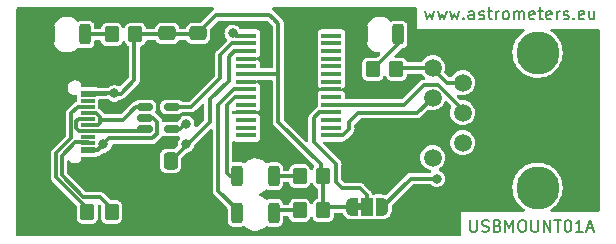
<source format=gtl>
%TF.GenerationSoftware,KiCad,Pcbnew,5.99.0-unknown-4920692bcd~125~ubuntu20.04.1*%
%TF.CreationDate,2021-04-18T13:07:43+02:00*%
%TF.ProjectId,USBMOUNT01A,5553424d-4f55-44e5-9430-31412e6b6963,rev?*%
%TF.SameCoordinates,Original*%
%TF.FileFunction,Copper,L1,Top*%
%TF.FilePolarity,Positive*%
%FSLAX46Y46*%
G04 Gerber Fmt 4.6, Leading zero omitted, Abs format (unit mm)*
G04 Created by KiCad (PCBNEW 5.99.0-unknown-4920692bcd~125~ubuntu20.04.1) date 2021-04-18 13:07:43*
%MOMM*%
%LPD*%
G01*
G04 APERTURE LIST*
G04 Aperture macros list*
%AMRoundRect*
0 Rectangle with rounded corners*
0 $1 Rounding radius*
0 $2 $3 $4 $5 $6 $7 $8 $9 X,Y pos of 4 corners*
0 Add a 4 corners polygon primitive as box body*
4,1,4,$2,$3,$4,$5,$6,$7,$8,$9,$2,$3,0*
0 Add four circle primitives for the rounded corners*
1,1,$1+$1,$2,$3*
1,1,$1+$1,$4,$5*
1,1,$1+$1,$6,$7*
1,1,$1+$1,$8,$9*
0 Add four rect primitives between the rounded corners*
20,1,$1+$1,$2,$3,$4,$5,0*
20,1,$1+$1,$4,$5,$6,$7,0*
20,1,$1+$1,$6,$7,$8,$9,0*
20,1,$1+$1,$8,$9,$2,$3,0*%
%AMFreePoly0*
4,1,22,0.550000,-0.750000,0.000000,-0.750000,0.000000,-0.745033,-0.079941,-0.743568,-0.215256,-0.701293,-0.333266,-0.622738,-0.424486,-0.514219,-0.481581,-0.384460,-0.499164,-0.250000,-0.500000,-0.250000,-0.500000,0.250000,-0.499164,0.250000,-0.499963,0.256109,-0.478152,0.396186,-0.417904,0.524511,-0.324060,0.630769,-0.204165,0.706417,-0.067858,0.745374,0.000000,0.744959,0.000000,0.750000,
0.550000,0.750000,0.550000,-0.750000,0.550000,-0.750000,$1*%
%AMFreePoly1*
4,1,20,0.000000,0.744959,0.073905,0.744508,0.209726,0.703889,0.328688,0.626782,0.421226,0.519385,0.479903,0.390333,0.500000,0.250000,0.500000,-0.250000,0.499851,-0.262216,0.476331,-0.402017,0.414519,-0.529596,0.319384,-0.634700,0.198574,-0.708877,0.061801,-0.746166,0.000000,-0.745033,0.000000,-0.750000,-0.550000,-0.750000,-0.550000,0.750000,0.000000,0.750000,0.000000,0.744959,
0.000000,0.744959,$1*%
G04 Aperture macros list end*
%ADD10C,0.200000*%
%TA.AperFunction,NonConductor*%
%ADD11C,0.200000*%
%TD*%
%TA.AperFunction,SMDPad,CuDef*%
%ADD12RoundRect,0.250000X-0.475000X0.337500X-0.475000X-0.337500X0.475000X-0.337500X0.475000X0.337500X0*%
%TD*%
%TA.AperFunction,SMDPad,CuDef*%
%ADD13RoundRect,0.250000X0.350000X0.450000X-0.350000X0.450000X-0.350000X-0.450000X0.350000X-0.450000X0*%
%TD*%
%TA.AperFunction,SMDPad,CuDef*%
%ADD14R,1.750000X0.450000*%
%TD*%
%TA.AperFunction,SMDPad,CuDef*%
%ADD15RoundRect,0.190000X-0.285000X-0.685000X0.285000X-0.685000X0.285000X0.685000X-0.285000X0.685000X0*%
%TD*%
%TA.AperFunction,SMDPad,CuDef*%
%ADD16RoundRect,0.150000X0.512500X0.150000X-0.512500X0.150000X-0.512500X-0.150000X0.512500X-0.150000X0*%
%TD*%
%TA.AperFunction,SMDPad,CuDef*%
%ADD17RoundRect,0.250000X-0.350000X-0.450000X0.350000X-0.450000X0.350000X0.450000X-0.350000X0.450000X0*%
%TD*%
%TA.AperFunction,SMDPad,CuDef*%
%ADD18R,1.160000X0.600000*%
%TD*%
%TA.AperFunction,SMDPad,CuDef*%
%ADD19R,1.160000X0.300000*%
%TD*%
%TA.AperFunction,ComponentPad*%
%ADD20O,2.000000X0.900000*%
%TD*%
%TA.AperFunction,ComponentPad*%
%ADD21O,2.100000X0.900000*%
%TD*%
%TA.AperFunction,SMDPad,CuDef*%
%ADD22FreePoly0,0.000000*%
%TD*%
%TA.AperFunction,SMDPad,CuDef*%
%ADD23R,1.000000X1.500000*%
%TD*%
%TA.AperFunction,SMDPad,CuDef*%
%ADD24FreePoly1,0.000000*%
%TD*%
%TA.AperFunction,WasherPad*%
%ADD25C,3.650000*%
%TD*%
%TA.AperFunction,ComponentPad*%
%ADD26R,1.500000X1.500000*%
%TD*%
%TA.AperFunction,ComponentPad*%
%ADD27C,1.500000*%
%TD*%
%TA.AperFunction,SMDPad,CuDef*%
%ADD28RoundRect,0.250000X0.337500X0.475000X-0.337500X0.475000X-0.337500X-0.475000X0.337500X-0.475000X0*%
%TD*%
%TA.AperFunction,ViaPad*%
%ADD29C,0.800000*%
%TD*%
%TA.AperFunction,Conductor*%
%ADD30C,0.300000*%
%TD*%
%TA.AperFunction,Conductor*%
%ADD31C,0.350000*%
%TD*%
G04 APERTURE END LIST*
D10*
D11*
X158535714Y-79535714D02*
X158726190Y-80202380D01*
X158916666Y-79726190D01*
X159107142Y-80202380D01*
X159297619Y-79535714D01*
X159583333Y-79535714D02*
X159773809Y-80202380D01*
X159964285Y-79726190D01*
X160154761Y-80202380D01*
X160345238Y-79535714D01*
X160630952Y-79535714D02*
X160821428Y-80202380D01*
X161011904Y-79726190D01*
X161202380Y-80202380D01*
X161392857Y-79535714D01*
X161773809Y-80107142D02*
X161821428Y-80154761D01*
X161773809Y-80202380D01*
X161726190Y-80154761D01*
X161773809Y-80107142D01*
X161773809Y-80202380D01*
X162678571Y-80202380D02*
X162678571Y-79678571D01*
X162630952Y-79583333D01*
X162535714Y-79535714D01*
X162345238Y-79535714D01*
X162250000Y-79583333D01*
X162678571Y-80154761D02*
X162583333Y-80202380D01*
X162345238Y-80202380D01*
X162250000Y-80154761D01*
X162202380Y-80059523D01*
X162202380Y-79964285D01*
X162250000Y-79869047D01*
X162345238Y-79821428D01*
X162583333Y-79821428D01*
X162678571Y-79773809D01*
X163107142Y-80154761D02*
X163202380Y-80202380D01*
X163392857Y-80202380D01*
X163488095Y-80154761D01*
X163535714Y-80059523D01*
X163535714Y-80011904D01*
X163488095Y-79916666D01*
X163392857Y-79869047D01*
X163250000Y-79869047D01*
X163154761Y-79821428D01*
X163107142Y-79726190D01*
X163107142Y-79678571D01*
X163154761Y-79583333D01*
X163250000Y-79535714D01*
X163392857Y-79535714D01*
X163488095Y-79583333D01*
X163821428Y-79535714D02*
X164202380Y-79535714D01*
X163964285Y-79202380D02*
X163964285Y-80059523D01*
X164011904Y-80154761D01*
X164107142Y-80202380D01*
X164202380Y-80202380D01*
X164535714Y-80202380D02*
X164535714Y-79535714D01*
X164535714Y-79726190D02*
X164583333Y-79630952D01*
X164630952Y-79583333D01*
X164726190Y-79535714D01*
X164821428Y-79535714D01*
X165297619Y-80202380D02*
X165202380Y-80154761D01*
X165154761Y-80107142D01*
X165107142Y-80011904D01*
X165107142Y-79726190D01*
X165154761Y-79630952D01*
X165202380Y-79583333D01*
X165297619Y-79535714D01*
X165440476Y-79535714D01*
X165535714Y-79583333D01*
X165583333Y-79630952D01*
X165630952Y-79726190D01*
X165630952Y-80011904D01*
X165583333Y-80107142D01*
X165535714Y-80154761D01*
X165440476Y-80202380D01*
X165297619Y-80202380D01*
X166059523Y-80202380D02*
X166059523Y-79535714D01*
X166059523Y-79630952D02*
X166107142Y-79583333D01*
X166202380Y-79535714D01*
X166345238Y-79535714D01*
X166440476Y-79583333D01*
X166488095Y-79678571D01*
X166488095Y-80202380D01*
X166488095Y-79678571D02*
X166535714Y-79583333D01*
X166630952Y-79535714D01*
X166773809Y-79535714D01*
X166869047Y-79583333D01*
X166916666Y-79678571D01*
X166916666Y-80202380D01*
X167773809Y-80154761D02*
X167678571Y-80202380D01*
X167488095Y-80202380D01*
X167392857Y-80154761D01*
X167345238Y-80059523D01*
X167345238Y-79678571D01*
X167392857Y-79583333D01*
X167488095Y-79535714D01*
X167678571Y-79535714D01*
X167773809Y-79583333D01*
X167821428Y-79678571D01*
X167821428Y-79773809D01*
X167345238Y-79869047D01*
X168107142Y-79535714D02*
X168488095Y-79535714D01*
X168250000Y-79202380D02*
X168250000Y-80059523D01*
X168297619Y-80154761D01*
X168392857Y-80202380D01*
X168488095Y-80202380D01*
X169202380Y-80154761D02*
X169107142Y-80202380D01*
X168916666Y-80202380D01*
X168821428Y-80154761D01*
X168773809Y-80059523D01*
X168773809Y-79678571D01*
X168821428Y-79583333D01*
X168916666Y-79535714D01*
X169107142Y-79535714D01*
X169202380Y-79583333D01*
X169250000Y-79678571D01*
X169250000Y-79773809D01*
X168773809Y-79869047D01*
X169678571Y-80202380D02*
X169678571Y-79535714D01*
X169678571Y-79726190D02*
X169726190Y-79630952D01*
X169773809Y-79583333D01*
X169869047Y-79535714D01*
X169964285Y-79535714D01*
X170250000Y-80154761D02*
X170345238Y-80202380D01*
X170535714Y-80202380D01*
X170630952Y-80154761D01*
X170678571Y-80059523D01*
X170678571Y-80011904D01*
X170630952Y-79916666D01*
X170535714Y-79869047D01*
X170392857Y-79869047D01*
X170297619Y-79821428D01*
X170250000Y-79726190D01*
X170250000Y-79678571D01*
X170297619Y-79583333D01*
X170392857Y-79535714D01*
X170535714Y-79535714D01*
X170630952Y-79583333D01*
X171107142Y-80107142D02*
X171154761Y-80154761D01*
X171107142Y-80202380D01*
X171059523Y-80154761D01*
X171107142Y-80107142D01*
X171107142Y-80202380D01*
X171964285Y-80154761D02*
X171869047Y-80202380D01*
X171678571Y-80202380D01*
X171583333Y-80154761D01*
X171535714Y-80059523D01*
X171535714Y-79678571D01*
X171583333Y-79583333D01*
X171678571Y-79535714D01*
X171869047Y-79535714D01*
X171964285Y-79583333D01*
X172011904Y-79678571D01*
X172011904Y-79773809D01*
X171535714Y-79869047D01*
X172869047Y-79535714D02*
X172869047Y-80202380D01*
X172440476Y-79535714D02*
X172440476Y-80059523D01*
X172488095Y-80154761D01*
X172583333Y-80202380D01*
X172726190Y-80202380D01*
X172821428Y-80154761D01*
X172869047Y-80107142D01*
D10*
D11*
X162333333Y-97202380D02*
X162333333Y-98011904D01*
X162380952Y-98107142D01*
X162428571Y-98154761D01*
X162523809Y-98202380D01*
X162714285Y-98202380D01*
X162809523Y-98154761D01*
X162857142Y-98107142D01*
X162904761Y-98011904D01*
X162904761Y-97202380D01*
X163333333Y-98154761D02*
X163476190Y-98202380D01*
X163714285Y-98202380D01*
X163809523Y-98154761D01*
X163857142Y-98107142D01*
X163904761Y-98011904D01*
X163904761Y-97916666D01*
X163857142Y-97821428D01*
X163809523Y-97773809D01*
X163714285Y-97726190D01*
X163523809Y-97678571D01*
X163428571Y-97630952D01*
X163380952Y-97583333D01*
X163333333Y-97488095D01*
X163333333Y-97392857D01*
X163380952Y-97297619D01*
X163428571Y-97250000D01*
X163523809Y-97202380D01*
X163761904Y-97202380D01*
X163904761Y-97250000D01*
X164666666Y-97678571D02*
X164809523Y-97726190D01*
X164857142Y-97773809D01*
X164904761Y-97869047D01*
X164904761Y-98011904D01*
X164857142Y-98107142D01*
X164809523Y-98154761D01*
X164714285Y-98202380D01*
X164333333Y-98202380D01*
X164333333Y-97202380D01*
X164666666Y-97202380D01*
X164761904Y-97250000D01*
X164809523Y-97297619D01*
X164857142Y-97392857D01*
X164857142Y-97488095D01*
X164809523Y-97583333D01*
X164761904Y-97630952D01*
X164666666Y-97678571D01*
X164333333Y-97678571D01*
X165333333Y-98202380D02*
X165333333Y-97202380D01*
X165666666Y-97916666D01*
X166000000Y-97202380D01*
X166000000Y-98202380D01*
X166666666Y-97202380D02*
X166857142Y-97202380D01*
X166952380Y-97250000D01*
X167047619Y-97345238D01*
X167095238Y-97535714D01*
X167095238Y-97869047D01*
X167047619Y-98059523D01*
X166952380Y-98154761D01*
X166857142Y-98202380D01*
X166666666Y-98202380D01*
X166571428Y-98154761D01*
X166476190Y-98059523D01*
X166428571Y-97869047D01*
X166428571Y-97535714D01*
X166476190Y-97345238D01*
X166571428Y-97250000D01*
X166666666Y-97202380D01*
X167523809Y-97202380D02*
X167523809Y-98011904D01*
X167571428Y-98107142D01*
X167619047Y-98154761D01*
X167714285Y-98202380D01*
X167904761Y-98202380D01*
X168000000Y-98154761D01*
X168047619Y-98107142D01*
X168095238Y-98011904D01*
X168095238Y-97202380D01*
X168571428Y-98202380D02*
X168571428Y-97202380D01*
X169142857Y-98202380D01*
X169142857Y-97202380D01*
X169476190Y-97202380D02*
X170047619Y-97202380D01*
X169761904Y-98202380D02*
X169761904Y-97202380D01*
X170571428Y-97202380D02*
X170666666Y-97202380D01*
X170761904Y-97250000D01*
X170809523Y-97297619D01*
X170857142Y-97392857D01*
X170904761Y-97583333D01*
X170904761Y-97821428D01*
X170857142Y-98011904D01*
X170809523Y-98107142D01*
X170761904Y-98154761D01*
X170666666Y-98202380D01*
X170571428Y-98202380D01*
X170476190Y-98154761D01*
X170428571Y-98107142D01*
X170380952Y-98011904D01*
X170333333Y-97821428D01*
X170333333Y-97583333D01*
X170380952Y-97392857D01*
X170428571Y-97297619D01*
X170476190Y-97250000D01*
X170571428Y-97202380D01*
X171857142Y-98202380D02*
X171285714Y-98202380D01*
X171571428Y-98202380D02*
X171571428Y-97202380D01*
X171476190Y-97345238D01*
X171380952Y-97440476D01*
X171285714Y-97488095D01*
X172238095Y-97916666D02*
X172714285Y-97916666D01*
X172142857Y-98202380D02*
X172476190Y-97202380D01*
X172809523Y-98202380D01*
%TO.C,JP1*%
G36*
X153200000Y-96400000D02*
G01*
X152700000Y-96400000D01*
X152700000Y-95800000D01*
X153200000Y-95800000D01*
X153200000Y-96400000D01*
G37*
%TD*%
D12*
%TO.P,C2,1*%
%TO.N,+5V*%
X139300000Y-81400000D03*
%TO.P,C2,2*%
%TO.N,GND*%
X139300000Y-83475000D03*
%TD*%
D13*
%TO.P,R5,1*%
%TO.N,+12V*%
X156100000Y-84450000D03*
%TO.P,R5,2*%
%TO.N,Net-(D4-Pad2)*%
X154100000Y-84450000D03*
%TD*%
D14*
%TO.P,U1,1,TXD*%
%TO.N,TXD*%
X150600000Y-90050000D03*
%TO.P,U1,2,DTR*%
%TO.N,unconnected-(U1-Pad2)*%
X150600000Y-89400000D03*
%TO.P,U1,3,RTS*%
%TO.N,unconnected-(U1-Pad3)*%
X150600000Y-88750000D03*
%TO.P,U1,4,VCCIO*%
%TO.N,Net-(U1-Pad4)*%
X150600000Y-88100000D03*
%TO.P,U1,5,RXD*%
%TO.N,RXD*%
X150600000Y-87450000D03*
%TO.P,U1,6,RI*%
%TO.N,unconnected-(U1-Pad6)*%
X150600000Y-86800000D03*
%TO.P,U1,7,GND*%
%TO.N,GND*%
X150600000Y-86150000D03*
%TO.P,U1,8*%
%TO.N,N/C*%
X150600000Y-85500000D03*
%TO.P,U1,9,DCR*%
%TO.N,unconnected-(U1-Pad9)*%
X150600000Y-84850000D03*
%TO.P,U1,10,DCD*%
%TO.N,unconnected-(U1-Pad10)*%
X150600000Y-84200000D03*
%TO.P,U1,11,CTS*%
%TO.N,unconnected-(U1-Pad11)*%
X150600000Y-83550000D03*
%TO.P,U1,12,CBUS4*%
%TO.N,unconnected-(U1-Pad12)*%
X150600000Y-82900000D03*
%TO.P,U1,13,CBUS2*%
%TO.N,unconnected-(U1-Pad13)*%
X150600000Y-82250000D03*
%TO.P,U1,14,CBUS3*%
%TO.N,unconnected-(U1-Pad14)*%
X150600000Y-81600000D03*
%TO.P,U1,15,USBD+*%
%TO.N,/D+i*%
X143400000Y-81600000D03*
%TO.P,U1,16,USBD-*%
%TO.N,/D-i*%
X143400000Y-82250000D03*
%TO.P,U1,17,3V3OUT*%
%TO.N,+3V3*%
X143400000Y-82900000D03*
%TO.P,U1,18,GND*%
%TO.N,GND*%
X143400000Y-83550000D03*
%TO.P,U1,19,~RESET~*%
%TO.N,unconnected-(U1-Pad19)*%
X143400000Y-84200000D03*
%TO.P,U1,20,VCC*%
%TO.N,+5V*%
X143400000Y-84850000D03*
%TO.P,U1,21,GND*%
%TO.N,GND*%
X143400000Y-85500000D03*
%TO.P,U1,22,CBUS1*%
%TO.N,/LED_RX*%
X143400000Y-86150000D03*
%TO.P,U1,23,CBUS0*%
%TO.N,/LED_TX*%
X143400000Y-86800000D03*
%TO.P,U1,24*%
%TO.N,N/C*%
X143400000Y-87450000D03*
%TO.P,U1,25,AGND*%
%TO.N,GND*%
X143400000Y-88100000D03*
%TO.P,U1,26,TEST*%
%TO.N,unconnected-(U1-Pad26)*%
X143400000Y-88750000D03*
%TO.P,U1,27,OSCI*%
%TO.N,unconnected-(U1-Pad27)*%
X143400000Y-89400000D03*
%TO.P,U1,28,OSCO*%
%TO.N,unconnected-(U1-Pad28)*%
X143400000Y-90050000D03*
%TD*%
D15*
%TO.P,D1,1,K*%
%TO.N,GND*%
X126650000Y-81500000D03*
%TO.P,D1,2,A*%
%TO.N,Net-(D1-Pad2)*%
X129750000Y-81500000D03*
%TD*%
D16*
%TO.P,U2,1,I/O1*%
%TO.N,/D+i*%
X137075000Y-89535000D03*
%TO.P,U2,2,GND*%
%TO.N,GND*%
X137075000Y-88585000D03*
%TO.P,U2,3,I/O2*%
%TO.N,/D-i*%
X137075000Y-87635000D03*
%TO.P,U2,4,I/O2*%
%TO.N,/D-*%
X134800000Y-87635000D03*
%TO.P,U2,5,VBUS*%
%TO.N,+5V*%
X134800000Y-88585000D03*
%TO.P,U2,6,I/O1*%
%TO.N,/D+*%
X134800000Y-89535000D03*
%TD*%
D15*
%TO.P,D2,1,K*%
%TO.N,/LED_RX*%
X142600000Y-96600000D03*
%TO.P,D2,2,A*%
%TO.N,Net-(D2-Pad2)*%
X145700000Y-96600000D03*
%TD*%
D13*
%TO.P,R4,1*%
%TO.N,+5V*%
X149900000Y-93500000D03*
%TO.P,R4,2*%
%TO.N,Net-(D3-Pad2)*%
X147900000Y-93500000D03*
%TD*%
D12*
%TO.P,C1,1*%
%TO.N,+5V*%
X136700000Y-81400000D03*
%TO.P,C1,2*%
%TO.N,GND*%
X136700000Y-83475000D03*
%TD*%
D17*
%TO.P,R7,1*%
%TO.N,Net-(P1-PadB5)*%
X131985000Y-96520000D03*
%TO.P,R7,2*%
%TO.N,GND*%
X133985000Y-96520000D03*
%TD*%
D18*
%TO.P,P1,A1,GND*%
%TO.N,GND*%
X129965000Y-85700000D03*
%TO.P,P1,A4,VBUS*%
%TO.N,+5V*%
X129965000Y-86500000D03*
D19*
%TO.P,P1,A5,CC1*%
%TO.N,Net-(P1-PadA5)*%
X129965000Y-87650000D03*
%TO.P,P1,A6,D+*%
%TO.N,/D+*%
X129965000Y-88650000D03*
%TO.P,P1,A7,D-*%
%TO.N,/D-*%
X129965000Y-89150000D03*
%TO.P,P1,A8,SBU1*%
%TO.N,unconnected-(P1-PadA8)*%
X129965000Y-90150000D03*
D18*
%TO.P,P1,A9,VBUS*%
%TO.N,+5V*%
X129965000Y-91300000D03*
%TO.P,P1,A12,GND*%
%TO.N,GND*%
X129965000Y-92100000D03*
%TO.P,P1,B1,GND*%
X129965000Y-92100000D03*
%TO.P,P1,B4,VBUS*%
%TO.N,+5V*%
X129965000Y-91300000D03*
D19*
%TO.P,P1,B5,CC2*%
%TO.N,Net-(P1-PadB5)*%
X129965000Y-90650000D03*
%TO.P,P1,B6,D+*%
%TO.N,/D+*%
X129965000Y-89650000D03*
%TO.P,P1,B7,D-*%
%TO.N,/D-*%
X129965000Y-88150000D03*
%TO.P,P1,B8,SBU2*%
%TO.N,unconnected-(P1-PadB8)*%
X129965000Y-87150000D03*
D18*
%TO.P,P1,B9,VBUS*%
%TO.N,+5V*%
X129965000Y-86500000D03*
%TO.P,P1,B12,GND*%
%TO.N,GND*%
X129965000Y-85700000D03*
D20*
%TO.P,P1,S1,SHIELD*%
X125215000Y-84580000D03*
X125215000Y-93220000D03*
D21*
X129385000Y-84580000D03*
X129385000Y-93220000D03*
%TD*%
D13*
%TO.P,R6,1*%
%TO.N,Net-(P1-PadA5)*%
X129921000Y-96520000D03*
%TO.P,R6,2*%
%TO.N,GND*%
X127921000Y-96520000D03*
%TD*%
D22*
%TO.P,JP1,1,A*%
%TO.N,+5V*%
X152300000Y-96100000D03*
D23*
%TO.P,JP1,2,C*%
%TO.N,Net-(U1-Pad4)*%
X153600000Y-96100000D03*
D24*
%TO.P,JP1,3,B*%
%TO.N,+3V3*%
X154900000Y-96100000D03*
%TD*%
D13*
%TO.P,R1,1*%
%TO.N,+5V*%
X133992500Y-81500000D03*
%TO.P,R1,2*%
%TO.N,Net-(D1-Pad2)*%
X131992500Y-81500000D03*
%TD*%
%TO.P,R3,1*%
%TO.N,+5V*%
X149900000Y-96400000D03*
%TO.P,R3,2*%
%TO.N,Net-(D2-Pad2)*%
X147900000Y-96400000D03*
%TD*%
D15*
%TO.P,D4,1,K*%
%TO.N,GND*%
X153150000Y-81500000D03*
%TO.P,D4,2,A*%
%TO.N,Net-(D4-Pad2)*%
X156250000Y-81500000D03*
%TD*%
D25*
%TO.P,J1,*%
%TO.N,*%
X168050000Y-94470000D03*
X168050000Y-83040000D03*
D26*
%TO.P,J1,1*%
%TO.N,GND*%
X161700000Y-93200000D03*
D27*
%TO.P,J1,2*%
%TO.N,unconnected-(J1-Pad2)*%
X159160000Y-91930000D03*
%TO.P,J1,3*%
%TO.N,unconnected-(J1-Pad3)*%
X161700000Y-90660000D03*
%TO.P,J1,4*%
%TO.N,GND*%
X159160000Y-89390000D03*
%TO.P,J1,5*%
%TO.N,RXD*%
X161700000Y-88120000D03*
%TO.P,J1,6*%
%TO.N,TXD*%
X159160000Y-86850000D03*
%TO.P,J1,7*%
%TO.N,+12V*%
X161700000Y-85580000D03*
%TO.P,J1,8*%
X159160000Y-84310000D03*
%TD*%
D15*
%TO.P,D3,1,K*%
%TO.N,/LED_TX*%
X142600000Y-93500000D03*
%TO.P,D3,2,A*%
%TO.N,Net-(D3-Pad2)*%
X145700000Y-93500000D03*
%TD*%
D28*
%TO.P,C3,1*%
%TO.N,+3V3*%
X136975000Y-92200000D03*
%TO.P,C3,2*%
%TO.N,GND*%
X134900000Y-92200000D03*
%TD*%
D29*
%TO.N,GND*%
X145000000Y-81300000D03*
X142900000Y-91800000D03*
X147100000Y-81300000D03*
X132200000Y-87800000D03*
%TO.N,+5V*%
X132223000Y-86487000D03*
X131300000Y-90800000D03*
%TO.N,+3V3*%
X159500000Y-93700000D03*
X138300000Y-90800000D03*
%TO.N,/D+i*%
X142250000Y-81400000D03*
X138300000Y-89100000D03*
%TD*%
D30*
%TO.N,Net-(P1-PadA5)*%
X127300480Y-91563803D02*
X127300480Y-93600480D01*
X127300480Y-93600480D02*
X129921000Y-96221000D01*
X129110000Y-87640000D02*
X128575480Y-88174520D01*
X128575480Y-88174520D02*
X128575480Y-90288802D01*
X129921000Y-96221000D02*
X129921000Y-96520000D01*
X128575480Y-90288802D02*
X127300480Y-91563803D01*
X129921000Y-96121000D02*
X129921000Y-96520000D01*
X129965000Y-87640000D02*
X129110000Y-87640000D01*
%TO.N,/D+*%
X129965000Y-89650000D02*
X134710000Y-89650000D01*
X129965000Y-89640000D02*
X129975000Y-89650000D01*
X129185000Y-89640000D02*
X129965000Y-89640000D01*
X129185000Y-88640000D02*
X129000000Y-88825000D01*
X129965000Y-88640000D02*
X129185000Y-88640000D01*
X134710000Y-89650000D02*
X134825000Y-89535000D01*
X129000000Y-89455000D02*
X129185000Y-89640000D01*
X129000000Y-88825000D02*
X129000000Y-89455000D01*
%TO.N,/D-*%
X131000000Y-88500000D02*
X130640000Y-88140000D01*
X131000000Y-88700000D02*
X131000000Y-88500000D01*
X134034000Y-87635000D02*
X132969000Y-88700000D01*
X134800000Y-87635000D02*
X134034000Y-87635000D01*
X129965000Y-89140000D02*
X130860000Y-89140000D01*
X134034000Y-87635000D02*
X133669000Y-88000000D01*
X131000000Y-89000000D02*
X131000000Y-88700000D01*
X130640000Y-88140000D02*
X129965000Y-88140000D01*
X130860000Y-89140000D02*
X131000000Y-89000000D01*
X132969000Y-88700000D02*
X131000000Y-88700000D01*
%TO.N,Net-(P1-PadB5)*%
X128860000Y-90640000D02*
X127750000Y-91750000D01*
X129965000Y-90640000D02*
X128860000Y-90640000D01*
X127750000Y-91750000D02*
X127750000Y-93414282D01*
X127750000Y-93414282D02*
X129585718Y-95250000D01*
X131985000Y-96235000D02*
X131985000Y-96520000D01*
X129585718Y-95250000D02*
X131000000Y-95250000D01*
X131000000Y-95250000D02*
X131985000Y-96235000D01*
%TO.N,Net-(D3-Pad2)*%
X145700000Y-93500000D02*
X147700000Y-93500000D01*
%TO.N,Net-(D4-Pad2)*%
X154100000Y-84450000D02*
X156250000Y-82300000D01*
X156250000Y-82300000D02*
X156250000Y-81500000D01*
D31*
%TO.N,+12V*%
X160393000Y-85607500D02*
X159123000Y-84337500D01*
X159123000Y-84337500D02*
X156237500Y-84337500D01*
X161663000Y-85607500D02*
X160393000Y-85607500D01*
X156237500Y-84337500D02*
X156000000Y-84100000D01*
D30*
%TO.N,RXD*%
X150650000Y-87500000D02*
X150600000Y-87450000D01*
X161663000Y-87827223D02*
X161663000Y-88147500D01*
X156750000Y-87450000D02*
X158397011Y-85802989D01*
X150600000Y-87450000D02*
X156750000Y-87450000D01*
X158397011Y-85802989D02*
X159638766Y-85802989D01*
X159638766Y-85802989D02*
X161663000Y-87827223D01*
%TO.N,TXD*%
X152100000Y-88900000D02*
X152100000Y-89500000D01*
X152100000Y-89500000D02*
X151550000Y-90050000D01*
X159160000Y-86850000D02*
X157860000Y-88150000D01*
X157860000Y-88150000D02*
X152850000Y-88150000D01*
X151550000Y-90050000D02*
X150600000Y-90050000D01*
X152850000Y-88150000D02*
X152100000Y-88900000D01*
D31*
%TO.N,+5V*%
X149900000Y-96400000D02*
X149900000Y-93500000D01*
X145700000Y-80200000D02*
X145350000Y-79850000D01*
X146100000Y-80600000D02*
X146100000Y-88900000D01*
X135487500Y-88585000D02*
X135812020Y-88909520D01*
X129965000Y-86490000D02*
X130679000Y-86490000D01*
X130669000Y-86500000D02*
X131499000Y-86500000D01*
X146100000Y-84800000D02*
X146100000Y-80600000D01*
X152300000Y-96100000D02*
X150000000Y-96100000D01*
X145350000Y-79850000D02*
X140850000Y-79850000D01*
X133902500Y-81500000D02*
X136750000Y-81500000D01*
X132750000Y-86500000D02*
X132236000Y-86500000D01*
X140850000Y-79850000D02*
X139300000Y-81400000D01*
X133905000Y-81153000D02*
X133905000Y-85345000D01*
X132236000Y-86500000D02*
X132223000Y-86487000D01*
X130682000Y-86487000D02*
X130669000Y-86500000D01*
X135812020Y-89888626D02*
X135400646Y-90300000D01*
X137304250Y-81500000D02*
X139695750Y-81500000D01*
X146100000Y-80600000D02*
X145700000Y-80200000D01*
X149700000Y-92500000D02*
X149700000Y-93500000D01*
X150000000Y-96100000D02*
X149700000Y-96400000D01*
X146100000Y-85000000D02*
X146100000Y-84800000D01*
X146100000Y-88900000D02*
X149700000Y-92500000D01*
X135812020Y-88909520D02*
X135812020Y-89888626D01*
X129975000Y-91300000D02*
X129965000Y-91290000D01*
X130800000Y-91300000D02*
X131300000Y-90800000D01*
X133905000Y-85345000D02*
X132750000Y-86500000D01*
X130555000Y-86614000D02*
X130669000Y-86500000D01*
X135400646Y-90300000D02*
X131800000Y-90300000D01*
X130679000Y-86490000D02*
X130682000Y-86487000D01*
X130800000Y-91300000D02*
X129975000Y-91300000D01*
X143400000Y-84850000D02*
X146050000Y-84850000D01*
X146050000Y-84850000D02*
X146100000Y-84800000D01*
X134825000Y-88585000D02*
X135487500Y-88585000D01*
X131800000Y-90300000D02*
X131300000Y-90800000D01*
X132223000Y-86487000D02*
X130682000Y-86487000D01*
%TO.N,+3V3*%
X140300000Y-88875000D02*
X140300000Y-87000000D01*
X157300000Y-93700000D02*
X159500000Y-93700000D01*
X140300000Y-87000000D02*
X141900000Y-85400000D01*
X142365880Y-82900000D02*
X143400000Y-82900000D01*
X154900000Y-96100000D02*
X157300000Y-93700000D01*
X141900000Y-83365880D02*
X142365880Y-82900000D01*
X141900000Y-85400000D02*
X141900000Y-83365880D01*
X140300000Y-88875000D02*
X140300000Y-88600000D01*
X136975000Y-92200000D02*
X140300000Y-88875000D01*
D30*
%TO.N,Net-(D1-Pad2)*%
X129938000Y-81500000D02*
X131992500Y-81500000D01*
%TO.N,Net-(D2-Pad2)*%
X147700000Y-96400000D02*
X145750000Y-96400000D01*
%TO.N,/D+i*%
X142500000Y-81650000D02*
X143350000Y-81650000D01*
X137765000Y-89535000D02*
X138200000Y-89100000D01*
X137100000Y-89535000D02*
X137765000Y-89535000D01*
X138200000Y-89100000D02*
X138300000Y-89100000D01*
X142250000Y-81400000D02*
X142500000Y-81650000D01*
X143350000Y-81650000D02*
X143400000Y-81600000D01*
%TO.N,/D-i*%
X141200000Y-83200000D02*
X142150000Y-82250000D01*
X142150000Y-82250000D02*
X143400000Y-82250000D01*
X138735000Y-87635000D02*
X141200000Y-85170000D01*
X141200000Y-85170000D02*
X141200000Y-83200000D01*
X137100000Y-87635000D02*
X138735000Y-87635000D01*
X141200000Y-85170000D02*
X141200000Y-84900000D01*
%TO.N,/LED_RX*%
X141000000Y-87500000D02*
X141000000Y-94750000D01*
X142350000Y-86150000D02*
X141000000Y-87500000D01*
X141000000Y-94750000D02*
X141100000Y-94850000D01*
X141000000Y-94750000D02*
X142650000Y-96400000D01*
X143400000Y-86150000D02*
X142350000Y-86150000D01*
%TO.N,/LED_TX*%
X141750000Y-93250000D02*
X141750000Y-87456428D01*
X142600000Y-93500000D02*
X142000000Y-93500000D01*
X142000000Y-93500000D02*
X141750000Y-93250000D01*
X141750000Y-87456428D02*
X142406428Y-86800000D01*
X142406428Y-86800000D02*
X143400000Y-86800000D01*
%TO.N,Net-(U1-Pad4)*%
X153000000Y-94500000D02*
X151500000Y-94500000D01*
X149100000Y-88565880D02*
X149565880Y-88100000D01*
X151500000Y-94500000D02*
X151000000Y-94000000D01*
X149100000Y-90600000D02*
X149100000Y-88565880D01*
X151000000Y-92500000D02*
X149100000Y-90600000D01*
X149565880Y-88100000D02*
X150600000Y-88100000D01*
X153600000Y-96100000D02*
X153600000Y-95100000D01*
X153600000Y-95100000D02*
X153000000Y-94500000D01*
X151000000Y-94000000D02*
X151000000Y-92500000D01*
%TO.N,unconnected-(J1-Pad3)*%
X161663000Y-90687500D02*
X161663000Y-90367223D01*
%TD*%
%TA.AperFunction,Conductor*%
%TO.N,GND*%
G36*
X140609293Y-79223502D02*
G01*
X140655786Y-79277158D01*
X140665890Y-79347432D01*
X140636396Y-79412012D01*
X140605744Y-79434918D01*
X140606853Y-79436651D01*
X140599290Y-79441488D01*
X140591121Y-79445202D01*
X140584323Y-79451059D01*
X140584322Y-79451060D01*
X140557817Y-79473898D01*
X140549905Y-79480180D01*
X140540465Y-79487077D01*
X140530966Y-79496576D01*
X140524118Y-79502934D01*
X140494715Y-79528269D01*
X140494711Y-79528273D01*
X140487913Y-79534131D01*
X140483032Y-79541661D01*
X140477129Y-79548428D01*
X140477091Y-79548395D01*
X140468380Y-79559162D01*
X139552445Y-80475096D01*
X139490133Y-80509121D01*
X139463350Y-80512000D01*
X138788499Y-80512000D01*
X138784253Y-80512582D01*
X138784247Y-80512582D01*
X138736382Y-80519139D01*
X138675615Y-80527463D01*
X138667731Y-80530875D01*
X138667730Y-80530875D01*
X138545120Y-80583933D01*
X138545118Y-80583934D01*
X138537236Y-80587345D01*
X138530558Y-80592753D01*
X138427843Y-80675930D01*
X138420058Y-80682234D01*
X138415082Y-80689236D01*
X138415080Y-80689238D01*
X138359066Y-80768058D01*
X138332714Y-80805139D01*
X138284269Y-80939700D01*
X138283736Y-80941181D01*
X138241841Y-80998499D01*
X138175609Y-81024068D01*
X138165185Y-81024500D01*
X137835211Y-81024500D01*
X137767090Y-81004498D01*
X137720597Y-80950842D01*
X137714449Y-80929636D01*
X137713512Y-80929898D01*
X137711203Y-80921628D01*
X137710037Y-80913115D01*
X137670766Y-80822365D01*
X137653567Y-80782620D01*
X137653566Y-80782618D01*
X137650155Y-80774736D01*
X137580920Y-80689238D01*
X137560674Y-80664236D01*
X137560673Y-80664235D01*
X137555266Y-80657558D01*
X137548264Y-80652582D01*
X137548262Y-80652580D01*
X137439363Y-80575190D01*
X137432361Y-80570214D01*
X137290495Y-80519139D01*
X137222572Y-80512000D01*
X136188499Y-80512000D01*
X136184253Y-80512582D01*
X136184247Y-80512582D01*
X136136382Y-80519139D01*
X136075615Y-80527463D01*
X136067731Y-80530875D01*
X136067730Y-80530875D01*
X135945120Y-80583933D01*
X135945118Y-80583934D01*
X135937236Y-80587345D01*
X135930558Y-80592753D01*
X135827843Y-80675930D01*
X135820058Y-80682234D01*
X135815082Y-80689236D01*
X135815080Y-80689238D01*
X135759066Y-80768058D01*
X135732714Y-80805139D01*
X135684269Y-80939700D01*
X135683736Y-80941181D01*
X135641841Y-80998499D01*
X135575609Y-81024068D01*
X135565185Y-81024500D01*
X135004424Y-81024500D01*
X134936303Y-81004498D01*
X134889810Y-80950842D01*
X134879590Y-80915603D01*
X134878703Y-80909127D01*
X134877537Y-80900615D01*
X134827782Y-80785637D01*
X134821067Y-80770120D01*
X134821066Y-80770118D01*
X134817655Y-80762236D01*
X134742748Y-80669734D01*
X134728174Y-80651736D01*
X134728173Y-80651735D01*
X134722766Y-80645058D01*
X134715764Y-80640082D01*
X134715762Y-80640080D01*
X134606863Y-80562690D01*
X134599861Y-80557714D01*
X134457995Y-80506639D01*
X134390072Y-80499500D01*
X133605999Y-80499500D01*
X133601753Y-80500082D01*
X133601747Y-80500082D01*
X133553882Y-80506639D01*
X133493115Y-80514963D01*
X133485231Y-80518375D01*
X133485230Y-80518375D01*
X133362620Y-80571433D01*
X133362618Y-80571434D01*
X133354736Y-80574845D01*
X133296147Y-80622289D01*
X133259784Y-80651736D01*
X133237558Y-80669734D01*
X133232582Y-80676736D01*
X133232580Y-80676738D01*
X133159135Y-80780086D01*
X133150214Y-80792639D01*
X133141399Y-80817123D01*
X133112714Y-80896798D01*
X133070819Y-80954116D01*
X133004586Y-80979685D01*
X132935044Y-80965387D01*
X132884272Y-80915761D01*
X132877943Y-80900439D01*
X132877537Y-80900615D01*
X132821067Y-80770120D01*
X132821066Y-80770118D01*
X132817655Y-80762236D01*
X132742748Y-80669734D01*
X132728174Y-80651736D01*
X132728173Y-80651735D01*
X132722766Y-80645058D01*
X132715764Y-80640082D01*
X132715762Y-80640080D01*
X132606863Y-80562690D01*
X132599861Y-80557714D01*
X132457995Y-80506639D01*
X132390072Y-80499500D01*
X131605999Y-80499500D01*
X131601753Y-80500082D01*
X131601747Y-80500082D01*
X131553882Y-80506639D01*
X131493115Y-80514963D01*
X131485231Y-80518375D01*
X131485230Y-80518375D01*
X131362620Y-80571433D01*
X131362618Y-80571434D01*
X131354736Y-80574845D01*
X131296147Y-80622289D01*
X131259784Y-80651736D01*
X131237558Y-80669734D01*
X131232582Y-80676736D01*
X131232580Y-80676738D01*
X131159135Y-80780086D01*
X131150214Y-80792639D01*
X131099139Y-80934505D01*
X131098345Y-80942061D01*
X131096649Y-80949465D01*
X131093909Y-80948837D01*
X131071885Y-81002343D01*
X131013657Y-81042963D01*
X130973601Y-81049500D01*
X130651500Y-81049500D01*
X130583379Y-81029498D01*
X130536886Y-80975842D01*
X130525500Y-80923500D01*
X130525500Y-80780086D01*
X130510584Y-80675930D01*
X130470307Y-80587345D01*
X130456150Y-80556209D01*
X130456149Y-80556207D01*
X130452435Y-80548039D01*
X130360729Y-80441609D01*
X130328199Y-80420524D01*
X130250370Y-80370077D01*
X130250368Y-80370076D01*
X130242839Y-80365196D01*
X130108240Y-80324943D01*
X130102279Y-80324500D01*
X129430086Y-80324500D01*
X129325930Y-80339416D01*
X129317760Y-80343131D01*
X129317752Y-80343133D01*
X129208803Y-80392670D01*
X129138512Y-80402658D01*
X129071122Y-80370495D01*
X129062609Y-80362625D01*
X128933862Y-80243613D01*
X128747286Y-80125892D01*
X128542380Y-80044143D01*
X128536720Y-80043017D01*
X128536716Y-80043016D01*
X128331676Y-80002231D01*
X128331673Y-80002231D01*
X128326009Y-80001104D01*
X128320234Y-80001028D01*
X128320230Y-80001028D01*
X128209323Y-79999576D01*
X128105418Y-79998216D01*
X128099721Y-79999195D01*
X128099720Y-79999195D01*
X127893691Y-80034597D01*
X127887994Y-80035576D01*
X127681019Y-80111933D01*
X127676058Y-80114885D01*
X127676057Y-80114885D01*
X127496393Y-80221774D01*
X127496390Y-80221776D01*
X127491425Y-80224730D01*
X127325561Y-80370189D01*
X127188983Y-80543438D01*
X127186294Y-80548549D01*
X127186292Y-80548552D01*
X127165882Y-80587345D01*
X127086263Y-80738675D01*
X127020843Y-80949362D01*
X127020164Y-80955099D01*
X127003115Y-81099149D01*
X126999500Y-81129689D01*
X126999500Y-81854415D01*
X127005280Y-81917321D01*
X127011941Y-81989807D01*
X127014686Y-82019685D01*
X127016254Y-82025244D01*
X127016254Y-82025245D01*
X127072538Y-82224810D01*
X127074569Y-82232013D01*
X127077121Y-82237189D01*
X127077123Y-82237193D01*
X127149639Y-82384241D01*
X127172142Y-82429872D01*
X127175596Y-82434498D01*
X127175597Y-82434499D01*
X127253516Y-82538845D01*
X127304139Y-82606637D01*
X127308373Y-82610551D01*
X127308375Y-82610553D01*
X127460157Y-82750858D01*
X127466138Y-82756387D01*
X127652714Y-82874108D01*
X127857620Y-82955857D01*
X127863280Y-82956983D01*
X127863284Y-82956984D01*
X128068324Y-82997769D01*
X128068327Y-82997769D01*
X128073991Y-82998896D01*
X128079766Y-82998972D01*
X128079770Y-82998972D01*
X128190677Y-83000424D01*
X128294582Y-83001784D01*
X128300279Y-83000805D01*
X128300280Y-83000805D01*
X128506309Y-82965403D01*
X128506310Y-82965403D01*
X128512006Y-82964424D01*
X128718981Y-82888067D01*
X128769877Y-82857787D01*
X128903607Y-82778226D01*
X128903610Y-82778224D01*
X128908575Y-82775270D01*
X129074439Y-82629811D01*
X129075608Y-82631144D01*
X129129967Y-82599584D01*
X129200891Y-82602791D01*
X129228499Y-82616227D01*
X129249628Y-82629922D01*
X129249632Y-82629924D01*
X129257161Y-82634804D01*
X129391760Y-82675057D01*
X129397721Y-82675500D01*
X130069914Y-82675500D01*
X130174070Y-82660584D01*
X130245443Y-82628132D01*
X130293791Y-82606150D01*
X130293793Y-82606149D01*
X130301961Y-82602435D01*
X130408391Y-82510729D01*
X130419134Y-82494155D01*
X130479923Y-82400370D01*
X130479924Y-82400368D01*
X130484804Y-82392839D01*
X130525057Y-82258240D01*
X130525500Y-82252279D01*
X130525500Y-82076500D01*
X130545502Y-82008379D01*
X130599158Y-81961886D01*
X130651500Y-81950500D01*
X130977152Y-81950500D01*
X131045273Y-81970502D01*
X131091766Y-82024158D01*
X131101986Y-82059401D01*
X131107463Y-82099385D01*
X131110875Y-82107269D01*
X131110875Y-82107270D01*
X131163893Y-82229786D01*
X131167345Y-82237764D01*
X131262234Y-82354942D01*
X131269235Y-82359917D01*
X131269238Y-82359920D01*
X131360380Y-82424691D01*
X131385139Y-82442286D01*
X131527005Y-82493361D01*
X131594928Y-82500500D01*
X132379001Y-82500500D01*
X132383247Y-82499918D01*
X132383253Y-82499918D01*
X132459676Y-82489449D01*
X132491885Y-82485037D01*
X132515079Y-82475000D01*
X132622380Y-82428567D01*
X132622382Y-82428566D01*
X132630264Y-82425155D01*
X132688853Y-82377711D01*
X132740764Y-82335674D01*
X132740765Y-82335673D01*
X132747442Y-82330266D01*
X132752418Y-82323264D01*
X132752420Y-82323262D01*
X132829810Y-82214363D01*
X132834786Y-82207361D01*
X132865095Y-82123174D01*
X132872286Y-82103202D01*
X132914181Y-82045884D01*
X132980414Y-82020315D01*
X133049956Y-82034613D01*
X133100728Y-82084239D01*
X133107057Y-82099561D01*
X133107463Y-82099385D01*
X133163893Y-82229786D01*
X133167345Y-82237764D01*
X133262234Y-82354942D01*
X133376491Y-82436140D01*
X133420430Y-82491904D01*
X133429500Y-82538845D01*
X133429500Y-85095851D01*
X133409498Y-85163972D01*
X133392595Y-85184947D01*
X132720359Y-85857182D01*
X132658047Y-85891207D01*
X132587231Y-85886142D01*
X132572311Y-85879443D01*
X132475829Y-85828359D01*
X132311423Y-85787063D01*
X132303825Y-85787023D01*
X132303823Y-85787023D01*
X132230792Y-85786641D01*
X132141912Y-85786176D01*
X132134533Y-85787948D01*
X132134529Y-85787948D01*
X131984461Y-85823976D01*
X131984457Y-85823977D01*
X131977082Y-85825748D01*
X131958461Y-85835359D01*
X131850258Y-85891207D01*
X131826450Y-85903495D01*
X131820728Y-85908487D01*
X131820726Y-85908488D01*
X131738236Y-85980449D01*
X131673754Y-86010157D01*
X131655407Y-86011500D01*
X130837322Y-86011500D01*
X130769201Y-85991498D01*
X130756457Y-85981705D01*
X130750814Y-85974233D01*
X130655359Y-85915130D01*
X130643887Y-85912986D01*
X130643886Y-85912985D01*
X130550725Y-85895570D01*
X130550723Y-85895570D01*
X130545000Y-85894500D01*
X129617673Y-85894500D01*
X129549552Y-85874498D01*
X129500521Y-85814884D01*
X129460429Y-85713623D01*
X129460428Y-85713621D01*
X129457511Y-85706254D01*
X129432664Y-85672054D01*
X129369275Y-85584807D01*
X129364615Y-85578393D01*
X129242839Y-85477651D01*
X129099835Y-85410359D01*
X129092052Y-85408874D01*
X129092048Y-85408873D01*
X128952374Y-85382229D01*
X128952373Y-85382229D01*
X128944589Y-85380744D01*
X128865722Y-85385706D01*
X128794767Y-85390170D01*
X128794765Y-85390170D01*
X128786856Y-85390668D01*
X128779320Y-85393117D01*
X128779318Y-85393117D01*
X128711701Y-85415087D01*
X128636546Y-85439507D01*
X128629859Y-85443750D01*
X128629856Y-85443752D01*
X128551289Y-85493612D01*
X128503104Y-85524191D01*
X128497676Y-85529971D01*
X128497675Y-85529972D01*
X128456950Y-85573340D01*
X128394915Y-85639401D01*
X128391098Y-85646344D01*
X128322594Y-85770951D01*
X128322592Y-85770955D01*
X128318776Y-85777897D01*
X128316805Y-85785574D01*
X128281963Y-85921276D01*
X128279472Y-85930977D01*
X128279472Y-86089023D01*
X128318776Y-86242103D01*
X128322592Y-86249045D01*
X128322594Y-86249049D01*
X128384772Y-86362149D01*
X128394915Y-86380599D01*
X128400340Y-86386376D01*
X128476423Y-86467396D01*
X128503104Y-86495809D01*
X128509799Y-86500057D01*
X128509798Y-86500057D01*
X128629856Y-86576248D01*
X128629859Y-86576250D01*
X128636546Y-86580493D01*
X128652101Y-86585547D01*
X128779318Y-86626883D01*
X128779320Y-86626883D01*
X128786856Y-86629332D01*
X128794765Y-86629830D01*
X128794767Y-86629830D01*
X128936672Y-86638758D01*
X128936673Y-86638758D01*
X128944589Y-86639256D01*
X128947671Y-86638668D01*
X129014833Y-86653884D01*
X129064602Y-86704516D01*
X129079500Y-86763949D01*
X129079500Y-86800000D01*
X129079567Y-86801441D01*
X129079567Y-86801458D01*
X129079574Y-86801605D01*
X129080803Y-86828188D01*
X129082796Y-86835192D01*
X129082796Y-86835193D01*
X129091289Y-86865043D01*
X129093954Y-86922677D01*
X129080570Y-86994273D01*
X129080569Y-86994279D01*
X129079500Y-87000000D01*
X129079500Y-87081215D01*
X129059498Y-87149336D01*
X129005842Y-87195829D01*
X128990549Y-87201645D01*
X128985378Y-87203236D01*
X128976065Y-87204636D01*
X128969557Y-87207761D01*
X128962455Y-87209058D01*
X128916630Y-87232862D01*
X128910406Y-87236095D01*
X128906869Y-87237862D01*
X128862464Y-87259186D01*
X128862461Y-87259188D01*
X128853971Y-87263265D01*
X128848693Y-87268144D01*
X128848632Y-87268185D01*
X128842264Y-87271493D01*
X128836371Y-87276526D01*
X128798351Y-87314546D01*
X128794786Y-87317975D01*
X128754514Y-87355202D01*
X128750931Y-87361371D01*
X128745814Y-87367083D01*
X128280593Y-87832304D01*
X128269511Y-87842153D01*
X128243435Y-87862709D01*
X128214524Y-87904540D01*
X128210077Y-87910974D01*
X128207804Y-87914155D01*
X128172925Y-87961378D01*
X128170534Y-87968188D01*
X128166428Y-87974128D01*
X128163587Y-87983111D01*
X128148736Y-88030067D01*
X128147484Y-88033819D01*
X128131587Y-88079089D01*
X128128048Y-88089168D01*
X128127766Y-88096357D01*
X128127755Y-88096414D01*
X128125588Y-88103264D01*
X128124980Y-88110989D01*
X128124980Y-88164782D01*
X128124883Y-88169728D01*
X128122731Y-88224504D01*
X128124559Y-88231399D01*
X128124980Y-88239047D01*
X128124980Y-90050008D01*
X128104978Y-90118129D01*
X128088075Y-90139103D01*
X127005594Y-91221585D01*
X126994505Y-91231440D01*
X126968435Y-91251992D01*
X126947373Y-91282466D01*
X126935077Y-91300257D01*
X126932804Y-91303438D01*
X126897925Y-91350661D01*
X126895534Y-91357471D01*
X126891428Y-91363411D01*
X126888587Y-91372394D01*
X126873736Y-91419350D01*
X126872484Y-91423102D01*
X126856845Y-91467639D01*
X126853048Y-91478451D01*
X126852766Y-91485640D01*
X126852755Y-91485697D01*
X126850588Y-91492547D01*
X126849980Y-91500272D01*
X126849980Y-91554065D01*
X126849883Y-91559011D01*
X126847731Y-91613787D01*
X126849559Y-91620682D01*
X126849980Y-91628330D01*
X126849980Y-93567010D01*
X126849107Y-93581819D01*
X126845205Y-93614788D01*
X126846897Y-93624053D01*
X126846897Y-93624054D01*
X126855741Y-93672482D01*
X126856391Y-93676384D01*
X126865116Y-93734415D01*
X126868241Y-93740923D01*
X126869538Y-93748025D01*
X126890297Y-93787988D01*
X126896575Y-93800074D01*
X126898342Y-93803611D01*
X126919666Y-93848016D01*
X126919668Y-93848019D01*
X126923745Y-93856509D01*
X126928622Y-93861785D01*
X126928666Y-93861850D01*
X126931973Y-93868216D01*
X126937005Y-93874108D01*
X126975025Y-93912128D01*
X126978454Y-93915693D01*
X127015682Y-93955966D01*
X127021851Y-93959549D01*
X127027563Y-93964666D01*
X128984224Y-95921328D01*
X129018250Y-95983640D01*
X129020956Y-96017016D01*
X129020844Y-96019156D01*
X129020500Y-96022428D01*
X129020500Y-97006501D01*
X129021082Y-97010747D01*
X129021082Y-97010753D01*
X129022464Y-97020841D01*
X129035963Y-97119385D01*
X129039375Y-97127269D01*
X129039375Y-97127270D01*
X129083946Y-97230266D01*
X129095845Y-97257764D01*
X129143290Y-97316353D01*
X129182503Y-97364777D01*
X129190734Y-97374942D01*
X129197736Y-97379918D01*
X129197738Y-97379920D01*
X129289533Y-97445155D01*
X129313639Y-97462286D01*
X129455505Y-97513361D01*
X129523428Y-97520500D01*
X130307501Y-97520500D01*
X130311747Y-97519918D01*
X130311753Y-97519918D01*
X130378408Y-97510787D01*
X130420385Y-97505037D01*
X130468442Y-97484241D01*
X130550880Y-97448567D01*
X130550882Y-97448566D01*
X130558764Y-97445155D01*
X130631564Y-97386203D01*
X130669264Y-97355674D01*
X130669265Y-97355673D01*
X130675942Y-97350266D01*
X130680918Y-97343264D01*
X130680920Y-97343262D01*
X130758310Y-97234363D01*
X130763286Y-97227361D01*
X130814361Y-97085495D01*
X130821500Y-97017572D01*
X130821500Y-96033499D01*
X130820742Y-96027962D01*
X130820803Y-96027560D01*
X130820626Y-96024971D01*
X130821198Y-96024932D01*
X130831318Y-95957757D01*
X130878171Y-95904416D01*
X130946425Y-95884873D01*
X131014410Y-95905333D01*
X131034672Y-95921775D01*
X131047595Y-95934698D01*
X131081621Y-95997010D01*
X131084500Y-96023793D01*
X131084500Y-97006501D01*
X131085082Y-97010747D01*
X131085082Y-97010753D01*
X131086464Y-97020841D01*
X131099963Y-97119385D01*
X131103375Y-97127269D01*
X131103375Y-97127270D01*
X131147946Y-97230266D01*
X131159845Y-97257764D01*
X131207290Y-97316353D01*
X131246503Y-97364777D01*
X131254734Y-97374942D01*
X131261736Y-97379918D01*
X131261738Y-97379920D01*
X131353533Y-97445155D01*
X131377639Y-97462286D01*
X131519505Y-97513361D01*
X131587428Y-97520500D01*
X132371501Y-97520500D01*
X132375747Y-97519918D01*
X132375753Y-97519918D01*
X132442408Y-97510787D01*
X132484385Y-97505037D01*
X132532442Y-97484241D01*
X132614880Y-97448567D01*
X132614882Y-97448566D01*
X132622764Y-97445155D01*
X132695564Y-97386203D01*
X132733264Y-97355674D01*
X132733265Y-97355673D01*
X132739942Y-97350266D01*
X132744918Y-97343264D01*
X132744920Y-97343262D01*
X132822310Y-97234363D01*
X132827286Y-97227361D01*
X132878361Y-97085495D01*
X132885500Y-97017572D01*
X132885500Y-96033499D01*
X132884687Y-96027560D01*
X132871203Y-95929129D01*
X132870037Y-95920615D01*
X132838976Y-95848837D01*
X132813567Y-95790120D01*
X132813566Y-95790118D01*
X132810155Y-95782236D01*
X132744145Y-95700720D01*
X132720674Y-95671736D01*
X132720673Y-95671735D01*
X132715266Y-95665058D01*
X132708264Y-95660082D01*
X132708262Y-95660080D01*
X132599363Y-95582690D01*
X132592361Y-95577714D01*
X132450495Y-95526639D01*
X132382572Y-95519500D01*
X131958794Y-95519500D01*
X131890673Y-95499498D01*
X131869699Y-95482595D01*
X131342218Y-94955114D01*
X131332363Y-94944025D01*
X131324004Y-94933422D01*
X131311811Y-94917955D01*
X131263538Y-94884591D01*
X131260365Y-94882324D01*
X131213142Y-94847445D01*
X131206332Y-94845054D01*
X131200392Y-94840948D01*
X131189174Y-94837400D01*
X131144453Y-94823256D01*
X131140701Y-94822004D01*
X131094246Y-94805691D01*
X131094244Y-94805691D01*
X131085352Y-94802568D01*
X131078163Y-94802286D01*
X131078106Y-94802275D01*
X131071256Y-94800108D01*
X131063531Y-94799500D01*
X131009738Y-94799500D01*
X131004792Y-94799403D01*
X130950016Y-94797251D01*
X130943121Y-94799079D01*
X130935473Y-94799500D01*
X129824512Y-94799500D01*
X129756391Y-94779498D01*
X129735417Y-94762595D01*
X128237405Y-93264583D01*
X128203379Y-93202271D01*
X128200500Y-93175488D01*
X128200500Y-92271808D01*
X128220502Y-92203687D01*
X128274158Y-92157194D01*
X128344432Y-92147090D01*
X128409012Y-92176584D01*
X128418350Y-92185555D01*
X128481182Y-92252464D01*
X128503104Y-92275809D01*
X128509799Y-92280057D01*
X128509798Y-92280057D01*
X128629856Y-92356248D01*
X128629859Y-92356250D01*
X128636546Y-92360493D01*
X128701297Y-92381532D01*
X128779318Y-92406883D01*
X128779320Y-92406883D01*
X128786856Y-92409332D01*
X128794765Y-92409830D01*
X128794767Y-92409830D01*
X128865723Y-92414294D01*
X128944589Y-92419256D01*
X128952374Y-92417771D01*
X129092048Y-92391127D01*
X129092052Y-92391126D01*
X129099835Y-92389641D01*
X129197457Y-92343704D01*
X129235665Y-92325725D01*
X129235666Y-92325724D01*
X129242839Y-92322349D01*
X129364615Y-92221607D01*
X129431919Y-92128971D01*
X129452852Y-92100159D01*
X129452853Y-92100157D01*
X129457511Y-92093746D01*
X129477151Y-92044143D01*
X129500521Y-91985116D01*
X129544196Y-91929142D01*
X129617673Y-91905500D01*
X130545000Y-91905500D01*
X130546441Y-91905433D01*
X130546458Y-91905433D01*
X130560558Y-91904781D01*
X130573188Y-91904197D01*
X130681173Y-91873472D01*
X130770767Y-91805814D01*
X130772063Y-91807530D01*
X130819819Y-91778513D01*
X130834974Y-91775971D01*
X130834907Y-91775501D01*
X130843515Y-91774268D01*
X130853573Y-91773238D01*
X130897439Y-91770516D01*
X130905886Y-91767467D01*
X130912137Y-91766172D01*
X130919864Y-91764245D01*
X130925972Y-91762459D01*
X130934860Y-91761186D01*
X130974876Y-91742991D01*
X130984239Y-91739180D01*
X131006566Y-91731120D01*
X131025580Y-91724256D01*
X131032826Y-91718962D01*
X131038434Y-91715981D01*
X131045358Y-91711935D01*
X131050709Y-91708513D01*
X131058879Y-91704798D01*
X131092188Y-91676098D01*
X131100104Y-91669813D01*
X131105604Y-91665795D01*
X131105605Y-91665794D01*
X131109535Y-91662923D01*
X131119034Y-91653424D01*
X131125882Y-91647066D01*
X131155285Y-91621731D01*
X131155289Y-91621727D01*
X131162087Y-91615869D01*
X131166968Y-91608339D01*
X131172871Y-91601572D01*
X131172909Y-91601605D01*
X131181620Y-91590838D01*
X131234689Y-91537770D01*
X131297002Y-91503745D01*
X131325761Y-91500882D01*
X131366146Y-91501516D01*
X131366149Y-91501516D01*
X131373745Y-91501635D01*
X131387915Y-91498390D01*
X131531577Y-91465487D01*
X131531581Y-91465486D01*
X131538980Y-91463791D01*
X131690418Y-91387626D01*
X131819316Y-91277536D01*
X131918234Y-91139877D01*
X131950795Y-91058880D01*
X131978626Y-90989650D01*
X131978627Y-90989648D01*
X131981461Y-90982597D01*
X131995529Y-90883747D01*
X132024929Y-90819124D01*
X132084601Y-90780655D01*
X132120272Y-90775500D01*
X135332779Y-90775500D01*
X135344365Y-90776794D01*
X135344409Y-90776251D01*
X135353355Y-90776971D01*
X135362111Y-90778952D01*
X135413851Y-90775742D01*
X135421652Y-90775500D01*
X135435558Y-90775500D01*
X135444161Y-90774268D01*
X135454219Y-90773238D01*
X135498085Y-90770516D01*
X135506532Y-90767467D01*
X135512783Y-90766172D01*
X135520510Y-90764245D01*
X135526618Y-90762459D01*
X135535506Y-90761186D01*
X135575522Y-90742991D01*
X135584885Y-90739180D01*
X135601220Y-90733283D01*
X135626226Y-90724256D01*
X135633472Y-90718962D01*
X135639080Y-90715981D01*
X135646004Y-90711935D01*
X135651355Y-90708513D01*
X135659525Y-90704798D01*
X135692834Y-90676098D01*
X135700750Y-90669813D01*
X135706250Y-90665795D01*
X135706251Y-90665794D01*
X135710181Y-90662923D01*
X135719680Y-90653424D01*
X135726528Y-90647066D01*
X135755932Y-90621730D01*
X135755935Y-90621726D01*
X135762733Y-90615869D01*
X135767614Y-90608340D01*
X135773516Y-90601574D01*
X135773554Y-90601607D01*
X135782266Y-90590839D01*
X136100258Y-90272847D01*
X136109368Y-90265567D01*
X136109015Y-90265152D01*
X136115849Y-90259336D01*
X136123442Y-90254545D01*
X136157767Y-90215679D01*
X136163113Y-90209992D01*
X136172936Y-90200169D01*
X136178145Y-90193219D01*
X136184527Y-90185379D01*
X136207682Y-90159160D01*
X136213625Y-90152431D01*
X136217439Y-90144306D01*
X136217971Y-90143497D01*
X136272089Y-90097543D01*
X136342461Y-90088142D01*
X136377796Y-90100623D01*
X136377918Y-90100315D01*
X136386133Y-90103567D01*
X136386571Y-90103722D01*
X136394819Y-90108513D01*
X136511248Y-90135500D01*
X137620758Y-90135500D01*
X137625413Y-90134800D01*
X137625415Y-90134800D01*
X137654266Y-90130463D01*
X137724603Y-90140116D01*
X137778556Y-90186264D01*
X137798994Y-90254255D01*
X137779430Y-90322502D01*
X137775452Y-90327746D01*
X137775711Y-90327928D01*
X137690562Y-90449083D01*
X137678240Y-90466615D01*
X137616665Y-90624549D01*
X137610160Y-90673960D01*
X137596411Y-90778396D01*
X137594539Y-90792612D01*
X137596986Y-90814775D01*
X137599372Y-90836392D01*
X137586966Y-90906297D01*
X137563228Y-90939313D01*
X137364946Y-91137595D01*
X137302634Y-91171621D01*
X137275851Y-91174500D01*
X136600999Y-91174500D01*
X136596753Y-91175082D01*
X136596747Y-91175082D01*
X136533484Y-91183748D01*
X136488115Y-91189963D01*
X136480231Y-91193375D01*
X136480230Y-91193375D01*
X136357620Y-91246433D01*
X136357618Y-91246434D01*
X136349736Y-91249845D01*
X136291147Y-91297289D01*
X136239549Y-91339073D01*
X136232558Y-91344734D01*
X136227582Y-91351736D01*
X136227580Y-91351738D01*
X136173272Y-91428157D01*
X136145214Y-91467639D01*
X136094139Y-91609505D01*
X136087000Y-91677428D01*
X136087000Y-92711501D01*
X136087582Y-92715747D01*
X136087582Y-92715753D01*
X136093035Y-92755558D01*
X136102463Y-92824385D01*
X136105875Y-92832269D01*
X136105875Y-92832270D01*
X136158603Y-92954116D01*
X136162345Y-92962764D01*
X136194464Y-93002428D01*
X136233443Y-93050562D01*
X136257234Y-93079942D01*
X136264236Y-93084918D01*
X136264238Y-93084920D01*
X136356033Y-93150155D01*
X136380139Y-93167286D01*
X136522005Y-93218361D01*
X136589928Y-93225500D01*
X137349001Y-93225500D01*
X137353247Y-93224918D01*
X137353253Y-93224918D01*
X137419908Y-93215787D01*
X137461885Y-93210037D01*
X137469770Y-93206625D01*
X137592380Y-93153567D01*
X137592382Y-93153566D01*
X137600264Y-93150155D01*
X137658853Y-93102711D01*
X137710764Y-93060674D01*
X137710765Y-93060673D01*
X137717442Y-93055266D01*
X137722418Y-93048264D01*
X137722420Y-93048262D01*
X137799810Y-92939363D01*
X137804786Y-92932361D01*
X137855861Y-92790495D01*
X137863000Y-92722572D01*
X137863000Y-92036648D01*
X137883002Y-91968527D01*
X137899905Y-91947553D01*
X138312018Y-91535440D01*
X138373765Y-91501723D01*
X138373745Y-91501635D01*
X138374056Y-91501564D01*
X138374057Y-91501564D01*
X138426180Y-91489626D01*
X138531577Y-91465487D01*
X138531581Y-91465486D01*
X138538980Y-91463791D01*
X138690418Y-91387626D01*
X138819316Y-91277536D01*
X138918234Y-91139877D01*
X138950795Y-91058880D01*
X138978626Y-90989650D01*
X138978627Y-90989648D01*
X138981461Y-90982597D01*
X138994886Y-90888267D01*
X139024287Y-90823644D01*
X139030534Y-90816925D01*
X140334405Y-89513054D01*
X140396717Y-89479028D01*
X140467532Y-89484093D01*
X140524368Y-89526640D01*
X140549179Y-89593160D01*
X140549500Y-89602149D01*
X140549500Y-94716530D01*
X140548627Y-94731339D01*
X140544725Y-94764308D01*
X140546417Y-94773573D01*
X140546417Y-94773574D01*
X140555261Y-94822002D01*
X140555911Y-94825904D01*
X140558160Y-94840862D01*
X140564636Y-94883935D01*
X140567761Y-94890443D01*
X140569058Y-94897545D01*
X140589877Y-94937623D01*
X140596095Y-94949594D01*
X140597862Y-94953131D01*
X140619186Y-94997536D01*
X140619188Y-94997539D01*
X140623265Y-95006029D01*
X140628142Y-95011305D01*
X140628186Y-95011370D01*
X140631493Y-95017736D01*
X140636525Y-95023628D01*
X140674545Y-95061648D01*
X140677974Y-95065213D01*
X140715202Y-95105486D01*
X140721371Y-95109069D01*
X140727083Y-95114186D01*
X141787595Y-96174698D01*
X141821621Y-96237010D01*
X141824500Y-96263793D01*
X141824500Y-97319914D01*
X141839416Y-97424070D01*
X141856792Y-97462286D01*
X141880376Y-97514155D01*
X141897565Y-97551961D01*
X141989271Y-97658391D01*
X141996806Y-97663275D01*
X142099630Y-97729923D01*
X142099632Y-97729924D01*
X142107161Y-97734804D01*
X142241760Y-97775057D01*
X142247721Y-97775500D01*
X142919914Y-97775500D01*
X143024070Y-97760584D01*
X143032240Y-97756869D01*
X143032248Y-97756867D01*
X143141197Y-97707330D01*
X143211488Y-97697342D01*
X143278877Y-97729505D01*
X143416138Y-97856387D01*
X143602714Y-97974108D01*
X143807620Y-98055857D01*
X143813280Y-98056983D01*
X143813284Y-98056984D01*
X144018324Y-98097769D01*
X144018327Y-98097769D01*
X144023991Y-98098896D01*
X144029766Y-98098972D01*
X144029770Y-98098972D01*
X144140677Y-98100424D01*
X144244582Y-98101784D01*
X144250279Y-98100805D01*
X144250280Y-98100805D01*
X144456309Y-98065403D01*
X144456310Y-98065403D01*
X144462006Y-98064424D01*
X144668981Y-97988067D01*
X144697619Y-97971029D01*
X144853607Y-97878226D01*
X144853610Y-97878224D01*
X144858575Y-97875270D01*
X145024439Y-97729811D01*
X145025608Y-97731144D01*
X145079967Y-97699584D01*
X145150891Y-97702791D01*
X145178499Y-97716227D01*
X145199628Y-97729922D01*
X145199632Y-97729924D01*
X145207161Y-97734804D01*
X145341760Y-97775057D01*
X145347721Y-97775500D01*
X146019914Y-97775500D01*
X146124070Y-97760584D01*
X146195443Y-97728132D01*
X146243791Y-97706150D01*
X146243793Y-97706149D01*
X146251961Y-97702435D01*
X146358391Y-97610729D01*
X146396483Y-97551961D01*
X146429923Y-97500370D01*
X146429924Y-97500368D01*
X146434804Y-97492839D01*
X146475057Y-97358240D01*
X146475500Y-97352279D01*
X146475500Y-96976500D01*
X146495502Y-96908379D01*
X146549158Y-96861886D01*
X146601500Y-96850500D01*
X146884652Y-96850500D01*
X146952773Y-96870502D01*
X146999266Y-96924158D01*
X147009486Y-96959401D01*
X147014963Y-96999385D01*
X147018375Y-97007269D01*
X147018375Y-97007270D01*
X147066892Y-97119385D01*
X147074845Y-97137764D01*
X147169734Y-97254942D01*
X147176736Y-97259918D01*
X147176738Y-97259920D01*
X147267405Y-97324353D01*
X147292639Y-97342286D01*
X147434505Y-97393361D01*
X147502428Y-97400500D01*
X148286501Y-97400500D01*
X148290747Y-97399918D01*
X148290753Y-97399918D01*
X148357408Y-97390787D01*
X148399385Y-97385037D01*
X148411210Y-97379920D01*
X148529880Y-97328567D01*
X148529882Y-97328566D01*
X148537764Y-97325155D01*
X148612738Y-97264442D01*
X148648264Y-97235674D01*
X148648265Y-97235673D01*
X148654942Y-97230266D01*
X148659918Y-97223264D01*
X148659920Y-97223262D01*
X148737310Y-97114363D01*
X148742286Y-97107361D01*
X148779786Y-97003202D01*
X148821681Y-96945884D01*
X148887914Y-96920315D01*
X148957456Y-96934613D01*
X149008228Y-96984239D01*
X149014557Y-96999561D01*
X149014963Y-96999385D01*
X149066892Y-97119385D01*
X149074845Y-97137764D01*
X149169734Y-97254942D01*
X149176736Y-97259918D01*
X149176738Y-97259920D01*
X149267405Y-97324353D01*
X149292639Y-97342286D01*
X149434505Y-97393361D01*
X149502428Y-97400500D01*
X150286501Y-97400500D01*
X150290747Y-97399918D01*
X150290753Y-97399918D01*
X150357408Y-97390787D01*
X150399385Y-97385037D01*
X150411210Y-97379920D01*
X150529880Y-97328567D01*
X150529882Y-97328566D01*
X150537764Y-97325155D01*
X150612738Y-97264442D01*
X150648264Y-97235674D01*
X150648265Y-97235673D01*
X150654942Y-97230266D01*
X150659918Y-97223264D01*
X150659920Y-97223262D01*
X150737310Y-97114363D01*
X150742286Y-97107361D01*
X150793361Y-96965495D01*
X150800500Y-96897572D01*
X150800500Y-96701500D01*
X150820502Y-96633379D01*
X150874158Y-96586886D01*
X150926500Y-96575500D01*
X151442495Y-96575500D01*
X151510616Y-96595502D01*
X151557823Y-96650753D01*
X151595886Y-96737258D01*
X151641659Y-96810795D01*
X151732879Y-96919314D01*
X151736214Y-96922296D01*
X151736218Y-96922300D01*
X151794103Y-96974055D01*
X151794108Y-96974059D01*
X151797450Y-96977047D01*
X151915460Y-97055602D01*
X151919500Y-97057529D01*
X151989597Y-97090964D01*
X151989601Y-97090966D01*
X151993642Y-97092893D01*
X151997916Y-97094228D01*
X151997923Y-97094231D01*
X152078438Y-97119385D01*
X152128957Y-97135168D01*
X152133384Y-97135885D01*
X152210038Y-97148301D01*
X152210043Y-97148301D01*
X152214461Y-97149017D01*
X152260342Y-97149858D01*
X152281175Y-97151981D01*
X152300000Y-97155500D01*
X152850000Y-97155500D01*
X152851441Y-97155433D01*
X152851458Y-97155433D01*
X152865558Y-97154781D01*
X152878188Y-97154197D01*
X152934869Y-97138070D01*
X152992503Y-97135405D01*
X153094275Y-97154430D01*
X153094277Y-97154430D01*
X153100000Y-97155500D01*
X154100000Y-97155500D01*
X154101441Y-97155433D01*
X154101458Y-97155433D01*
X154115558Y-97154781D01*
X154128188Y-97154197D01*
X154184869Y-97138070D01*
X154242503Y-97135405D01*
X154344275Y-97154430D01*
X154344277Y-97154430D01*
X154350000Y-97155500D01*
X154900000Y-97155500D01*
X154901441Y-97155433D01*
X154901458Y-97155433D01*
X154918426Y-97154648D01*
X154928188Y-97154197D01*
X154932677Y-97152920D01*
X154947249Y-97151873D01*
X154947244Y-97151770D01*
X154951728Y-97151533D01*
X154956201Y-97151615D01*
X155042158Y-97140908D01*
X155046470Y-97139732D01*
X155046477Y-97139731D01*
X155174611Y-97104797D01*
X155174614Y-97104796D01*
X155178931Y-97103619D01*
X155220971Y-97085427D01*
X155254300Y-97071005D01*
X155254305Y-97071002D01*
X155258424Y-97069220D01*
X155371876Y-96999561D01*
X155375407Y-96997393D01*
X155375409Y-96997391D01*
X155379234Y-96995043D01*
X155445879Y-96939712D01*
X155541014Y-96834608D01*
X155543522Y-96830890D01*
X155586939Y-96766523D01*
X155586940Y-96766521D01*
X155589450Y-96762800D01*
X155651262Y-96635221D01*
X155677597Y-96552702D01*
X155701117Y-96412901D01*
X155705328Y-96365942D01*
X155705477Y-96353726D01*
X155705482Y-96352924D01*
X155705499Y-96350231D01*
X155705499Y-96350134D01*
X155705500Y-96350000D01*
X155705500Y-96019148D01*
X155725502Y-95951027D01*
X155742405Y-95930053D01*
X157460053Y-94212405D01*
X157522365Y-94178379D01*
X157549148Y-94175500D01*
X158933142Y-94175500D01*
X159001263Y-94195502D01*
X159017941Y-94208306D01*
X159041651Y-94229880D01*
X159091317Y-94275073D01*
X159240288Y-94355957D01*
X159404253Y-94398973D01*
X159492481Y-94400359D01*
X159566147Y-94401516D01*
X159566150Y-94401516D01*
X159573745Y-94401635D01*
X159649691Y-94384241D01*
X159731577Y-94365487D01*
X159731581Y-94365486D01*
X159738980Y-94363791D01*
X159890418Y-94287626D01*
X160019316Y-94177536D01*
X160118234Y-94039877D01*
X160126098Y-94020315D01*
X160178626Y-93889650D01*
X160178627Y-93889648D01*
X160181461Y-93882597D01*
X160193196Y-93800140D01*
X160204764Y-93718859D01*
X160204764Y-93718856D01*
X160205345Y-93714775D01*
X160205500Y-93700000D01*
X160194304Y-93607479D01*
X160186048Y-93539258D01*
X160186048Y-93539257D01*
X160185135Y-93531715D01*
X160182450Y-93524609D01*
X160127902Y-93380250D01*
X160127901Y-93380248D01*
X160125217Y-93373145D01*
X160120918Y-93366890D01*
X160120916Y-93366886D01*
X160033505Y-93239703D01*
X160033504Y-93239701D01*
X160029203Y-93233444D01*
X160021705Y-93226763D01*
X159916178Y-93132743D01*
X159902638Y-93120679D01*
X159894736Y-93116495D01*
X159759544Y-93044914D01*
X159759541Y-93044913D01*
X159752829Y-93041359D01*
X159750223Y-93040704D01*
X159695460Y-92998888D01*
X159671285Y-92932135D01*
X159687037Y-92862908D01*
X159725978Y-92821717D01*
X159725565Y-92821188D01*
X159729059Y-92818458D01*
X159730414Y-92817400D01*
X159730418Y-92817397D01*
X159834490Y-92736086D01*
X159887893Y-92694363D01*
X159891919Y-92689699D01*
X159891922Y-92689696D01*
X160018467Y-92543092D01*
X160018468Y-92543090D01*
X160022496Y-92538424D01*
X160124247Y-92359311D01*
X160189270Y-92163844D01*
X160215088Y-91959471D01*
X160215500Y-91930000D01*
X160195398Y-91724986D01*
X160191726Y-91712822D01*
X160137639Y-91533679D01*
X160135858Y-91527780D01*
X160087503Y-91436837D01*
X160042042Y-91351337D01*
X160042040Y-91351334D01*
X160039148Y-91345895D01*
X160035258Y-91341125D01*
X160035255Y-91341121D01*
X159912847Y-91191034D01*
X159912844Y-91191031D01*
X159908952Y-91186259D01*
X159896399Y-91175874D01*
X159754978Y-91058880D01*
X159754974Y-91058878D01*
X159750228Y-91054951D01*
X159569023Y-90956973D01*
X159372238Y-90896058D01*
X159366116Y-90895415D01*
X159366113Y-90895414D01*
X159173498Y-90875170D01*
X159173496Y-90875170D01*
X159167369Y-90874526D01*
X159081346Y-90882355D01*
X158968358Y-90892637D01*
X158968355Y-90892638D01*
X158962219Y-90893196D01*
X158956313Y-90894934D01*
X158956309Y-90894935D01*
X158807368Y-90938771D01*
X158764603Y-90951357D01*
X158582047Y-91046795D01*
X158421505Y-91175874D01*
X158289093Y-91333677D01*
X158286129Y-91339069D01*
X158286126Y-91339073D01*
X158219296Y-91460637D01*
X158189853Y-91514194D01*
X158187992Y-91520061D01*
X158187991Y-91520063D01*
X158178118Y-91551188D01*
X158127565Y-91710549D01*
X158104603Y-91915263D01*
X158121840Y-92120538D01*
X158145683Y-92203687D01*
X158173417Y-92300406D01*
X158178621Y-92318555D01*
X158207825Y-92375380D01*
X158254117Y-92465454D01*
X158272782Y-92501773D01*
X158400737Y-92663212D01*
X158405430Y-92667206D01*
X158405431Y-92667207D01*
X158538064Y-92780086D01*
X158557612Y-92796723D01*
X158562990Y-92799729D01*
X158562992Y-92799730D01*
X158591873Y-92815871D01*
X158737432Y-92897221D01*
X158933347Y-92960878D01*
X158939461Y-92961607D01*
X158939470Y-92961609D01*
X158958261Y-92963850D01*
X159023534Y-92991778D01*
X159063346Y-93050562D01*
X159065056Y-93121538D01*
X159026168Y-93183912D01*
X159015233Y-93193452D01*
X158950751Y-93223158D01*
X158932407Y-93224500D01*
X157367873Y-93224500D01*
X157356284Y-93223205D01*
X157356240Y-93223748D01*
X157347291Y-93223028D01*
X157338536Y-93221047D01*
X157303757Y-93223205D01*
X157286786Y-93224258D01*
X157278983Y-93224500D01*
X157265088Y-93224500D01*
X157260659Y-93225134D01*
X157260651Y-93225135D01*
X157256492Y-93225731D01*
X157246427Y-93226763D01*
X157202561Y-93229484D01*
X157194114Y-93232533D01*
X157187868Y-93233827D01*
X157180128Y-93235757D01*
X157174026Y-93237541D01*
X157165140Y-93238814D01*
X157125139Y-93257002D01*
X157115769Y-93260816D01*
X157074420Y-93275743D01*
X157067173Y-93281038D01*
X157061584Y-93284009D01*
X157054648Y-93288062D01*
X157049294Y-93291486D01*
X157041121Y-93295202D01*
X157034319Y-93301063D01*
X157007832Y-93323886D01*
X156999906Y-93330179D01*
X156990465Y-93337076D01*
X156980959Y-93346582D01*
X156974111Y-93352940D01*
X156944717Y-93378267D01*
X156944712Y-93378272D01*
X156937913Y-93384131D01*
X156933030Y-93391665D01*
X156927131Y-93398427D01*
X156927092Y-93398393D01*
X156918382Y-93409159D01*
X155271101Y-95056440D01*
X155208789Y-95090466D01*
X155145905Y-95088062D01*
X155097598Y-95073615D01*
X155065733Y-95064085D01*
X155065727Y-95064084D01*
X155061438Y-95062801D01*
X154975769Y-95049998D01*
X154939133Y-95049775D01*
X154916750Y-95047631D01*
X154900000Y-95044500D01*
X154350000Y-95044500D01*
X154348559Y-95044567D01*
X154348542Y-95044567D01*
X154334442Y-95045219D01*
X154321812Y-95045803D01*
X154265131Y-95061930D01*
X154207498Y-95064595D01*
X154159876Y-95055693D01*
X154130554Y-95050212D01*
X154067269Y-95018033D01*
X154035845Y-94969266D01*
X154035364Y-94966065D01*
X154032239Y-94959557D01*
X154030942Y-94952455D01*
X154003905Y-94900406D01*
X154002138Y-94896869D01*
X153980814Y-94852464D01*
X153980812Y-94852461D01*
X153976735Y-94843971D01*
X153971856Y-94838693D01*
X153971816Y-94838633D01*
X153968507Y-94832264D01*
X153963475Y-94826371D01*
X153925443Y-94788339D01*
X153922013Y-94784773D01*
X153891188Y-94751426D01*
X153891186Y-94751424D01*
X153884798Y-94744514D01*
X153878633Y-94740933D01*
X153872920Y-94735816D01*
X153342218Y-94205114D01*
X153332363Y-94194025D01*
X153332004Y-94193570D01*
X153311811Y-94167955D01*
X153263538Y-94134591D01*
X153260365Y-94132324D01*
X153213142Y-94097445D01*
X153206332Y-94095054D01*
X153200392Y-94090948D01*
X153179179Y-94084239D01*
X153144453Y-94073256D01*
X153140701Y-94072004D01*
X153094246Y-94055691D01*
X153094244Y-94055691D01*
X153085352Y-94052568D01*
X153078163Y-94052286D01*
X153078106Y-94052275D01*
X153071256Y-94050108D01*
X153063531Y-94049500D01*
X153009738Y-94049500D01*
X153004792Y-94049403D01*
X152950016Y-94047251D01*
X152943121Y-94049079D01*
X152935473Y-94049500D01*
X151738794Y-94049500D01*
X151670673Y-94029498D01*
X151649698Y-94012595D01*
X151487404Y-93850300D01*
X151453379Y-93787988D01*
X151450500Y-93761205D01*
X151450500Y-92533471D01*
X151451373Y-92518662D01*
X151454168Y-92495046D01*
X151455275Y-92485693D01*
X151450219Y-92458006D01*
X151444737Y-92427992D01*
X151444087Y-92424087D01*
X151443110Y-92417587D01*
X151435364Y-92366065D01*
X151432239Y-92359557D01*
X151430942Y-92352455D01*
X151403905Y-92300406D01*
X151402138Y-92296869D01*
X151380814Y-92252464D01*
X151380812Y-92252461D01*
X151376735Y-92243971D01*
X151371858Y-92238695D01*
X151371814Y-92238630D01*
X151368507Y-92232264D01*
X151363475Y-92226372D01*
X151325455Y-92188352D01*
X151322025Y-92184786D01*
X151291193Y-92151432D01*
X151284798Y-92144514D01*
X151278629Y-92140931D01*
X151272917Y-92135814D01*
X149932698Y-90795595D01*
X149898672Y-90733283D01*
X149903737Y-90662468D01*
X149916617Y-90645263D01*
X160644603Y-90645263D01*
X160661840Y-90850538D01*
X160672659Y-90888267D01*
X160697550Y-90975071D01*
X160718621Y-91048555D01*
X160721434Y-91054029D01*
X160721435Y-91054031D01*
X160791845Y-91191034D01*
X160812782Y-91231773D01*
X160940737Y-91393212D01*
X160945430Y-91397206D01*
X160945431Y-91397207D01*
X161092460Y-91522338D01*
X161097612Y-91526723D01*
X161102990Y-91529729D01*
X161102992Y-91529730D01*
X161187522Y-91576972D01*
X161277432Y-91627221D01*
X161473347Y-91690878D01*
X161677895Y-91715269D01*
X161684030Y-91714797D01*
X161684032Y-91714797D01*
X161877144Y-91699938D01*
X161877148Y-91699937D01*
X161883286Y-91699465D01*
X162081695Y-91644068D01*
X162187072Y-91590838D01*
X162260068Y-91553965D01*
X162260070Y-91553964D01*
X162265565Y-91551188D01*
X162282740Y-91537770D01*
X162329543Y-91501203D01*
X162427893Y-91424363D01*
X162431919Y-91419699D01*
X162431922Y-91419696D01*
X162558467Y-91273092D01*
X162558468Y-91273090D01*
X162562496Y-91268424D01*
X162664247Y-91089311D01*
X162729270Y-90893844D01*
X162755088Y-90689471D01*
X162755500Y-90660000D01*
X162735398Y-90454986D01*
X162726216Y-90424572D01*
X162677639Y-90263679D01*
X162675858Y-90257780D01*
X162610513Y-90134884D01*
X162582042Y-90081337D01*
X162582040Y-90081334D01*
X162579148Y-90075895D01*
X162575258Y-90071125D01*
X162575255Y-90071121D01*
X162452847Y-89921034D01*
X162452844Y-89921031D01*
X162448952Y-89916259D01*
X162444203Y-89912330D01*
X162294978Y-89788880D01*
X162294974Y-89788878D01*
X162290228Y-89784951D01*
X162109023Y-89686973D01*
X161912238Y-89626058D01*
X161906116Y-89625415D01*
X161906113Y-89625414D01*
X161713498Y-89605170D01*
X161713496Y-89605170D01*
X161707369Y-89604526D01*
X161621346Y-89612355D01*
X161508358Y-89622637D01*
X161508355Y-89622638D01*
X161502219Y-89623196D01*
X161496313Y-89624934D01*
X161496309Y-89624935D01*
X161347368Y-89668771D01*
X161304603Y-89681357D01*
X161122047Y-89776795D01*
X160961505Y-89905874D01*
X160829093Y-90063677D01*
X160826129Y-90069069D01*
X160826126Y-90069073D01*
X160780300Y-90152431D01*
X160729853Y-90244194D01*
X160727992Y-90250061D01*
X160727991Y-90250063D01*
X160703291Y-90327928D01*
X160667565Y-90440549D01*
X160644603Y-90645263D01*
X149916617Y-90645263D01*
X149946284Y-90605632D01*
X150012804Y-90580821D01*
X150021793Y-90580500D01*
X151475000Y-90580500D01*
X151476441Y-90580433D01*
X151476458Y-90580433D01*
X151490558Y-90579781D01*
X151503188Y-90579197D01*
X151611173Y-90548472D01*
X151698877Y-90482241D01*
X151716722Y-90470980D01*
X151725126Y-90466615D01*
X151749619Y-90453892D01*
X151753158Y-90452124D01*
X151797537Y-90430813D01*
X151806029Y-90426735D01*
X151811305Y-90421858D01*
X151811370Y-90421814D01*
X151817736Y-90418507D01*
X151823628Y-90413475D01*
X151861648Y-90375455D01*
X151865214Y-90372025D01*
X151898568Y-90341193D01*
X151905486Y-90334798D01*
X151909069Y-90328629D01*
X151914186Y-90322917D01*
X152394881Y-89842222D01*
X152405970Y-89832367D01*
X152417164Y-89823542D01*
X152432045Y-89811811D01*
X152437399Y-89804064D01*
X152437403Y-89804060D01*
X152465401Y-89763551D01*
X152467702Y-89760331D01*
X152496957Y-89720723D01*
X152496959Y-89720719D01*
X152502555Y-89713143D01*
X152504947Y-89706331D01*
X152509052Y-89700392D01*
X152526763Y-89644389D01*
X152527993Y-89640705D01*
X152544311Y-89594239D01*
X152544312Y-89594234D01*
X152547431Y-89585352D01*
X152547713Y-89578167D01*
X152547724Y-89578109D01*
X152549892Y-89571256D01*
X152550500Y-89563531D01*
X152550500Y-89509728D01*
X152550597Y-89504781D01*
X152552379Y-89459429D01*
X152552749Y-89450016D01*
X152550921Y-89443121D01*
X152550500Y-89435474D01*
X152550500Y-89138793D01*
X152570502Y-89070672D01*
X152587405Y-89049698D01*
X152999698Y-88637405D01*
X153062010Y-88603379D01*
X153088793Y-88600500D01*
X157826530Y-88600500D01*
X157841339Y-88601373D01*
X157874308Y-88605275D01*
X157883573Y-88603583D01*
X157883574Y-88603583D01*
X157932002Y-88594739D01*
X157935904Y-88594089D01*
X157959913Y-88590479D01*
X157993935Y-88585364D01*
X158000443Y-88582239D01*
X158007545Y-88580942D01*
X158059594Y-88553905D01*
X158063131Y-88552138D01*
X158107536Y-88530814D01*
X158107539Y-88530812D01*
X158116029Y-88526735D01*
X158121305Y-88521858D01*
X158121370Y-88521814D01*
X158127736Y-88518507D01*
X158133628Y-88513475D01*
X158171648Y-88475455D01*
X158175214Y-88472025D01*
X158208568Y-88441193D01*
X158215486Y-88434798D01*
X158219069Y-88428629D01*
X158224186Y-88422917D01*
X158752612Y-87894491D01*
X158814924Y-87860465D01*
X158880642Y-87863753D01*
X158933347Y-87880878D01*
X158939457Y-87881607D01*
X158939459Y-87881607D01*
X159005359Y-87889465D01*
X159137895Y-87905269D01*
X159144030Y-87904797D01*
X159144032Y-87904797D01*
X159337144Y-87889938D01*
X159337148Y-87889937D01*
X159343286Y-87889465D01*
X159541695Y-87834068D01*
X159659528Y-87774546D01*
X159720068Y-87743965D01*
X159720070Y-87743964D01*
X159725565Y-87741188D01*
X159731534Y-87736525D01*
X159814309Y-87671853D01*
X159887893Y-87614363D01*
X159891919Y-87609699D01*
X159891922Y-87609696D01*
X160018467Y-87463092D01*
X160018468Y-87463090D01*
X160022496Y-87458424D01*
X160124247Y-87279311D01*
X160138623Y-87236095D01*
X160148151Y-87207453D01*
X160188632Y-87149129D01*
X160254220Y-87121949D01*
X160324091Y-87134544D01*
X160356804Y-87158130D01*
X160724333Y-87525659D01*
X160758359Y-87587971D01*
X160753294Y-87658786D01*
X160745653Y-87675454D01*
X160729853Y-87704194D01*
X160727989Y-87710069D01*
X160727988Y-87710072D01*
X160717237Y-87743965D01*
X160667565Y-87900549D01*
X160644603Y-88105263D01*
X160661840Y-88310538D01*
X160677597Y-88365488D01*
X160715254Y-88496812D01*
X160718621Y-88508555D01*
X160754632Y-88578625D01*
X160805516Y-88677634D01*
X160812782Y-88691773D01*
X160940737Y-88853212D01*
X160945430Y-88857206D01*
X160945431Y-88857207D01*
X161092695Y-88982538D01*
X161097612Y-88986723D01*
X161102990Y-88989729D01*
X161102992Y-88989730D01*
X161134602Y-89007396D01*
X161277432Y-89087221D01*
X161473347Y-89150878D01*
X161677895Y-89175269D01*
X161684030Y-89174797D01*
X161684032Y-89174797D01*
X161877144Y-89159938D01*
X161877148Y-89159937D01*
X161883286Y-89159465D01*
X162081695Y-89104068D01*
X162236672Y-89025783D01*
X162260068Y-89013965D01*
X162260070Y-89013964D01*
X162265565Y-89011188D01*
X162275805Y-89003188D01*
X162339301Y-88953579D01*
X162427893Y-88884363D01*
X162431919Y-88879699D01*
X162431922Y-88879696D01*
X162558467Y-88733092D01*
X162558468Y-88733090D01*
X162562496Y-88728424D01*
X162664247Y-88549311D01*
X162729270Y-88353844D01*
X162755088Y-88149471D01*
X162755500Y-88120000D01*
X162735398Y-87914986D01*
X162731025Y-87900500D01*
X162677639Y-87723679D01*
X162675858Y-87717780D01*
X162626011Y-87624031D01*
X162582042Y-87541337D01*
X162582040Y-87541334D01*
X162579148Y-87535895D01*
X162575258Y-87531125D01*
X162575255Y-87531121D01*
X162452847Y-87381034D01*
X162452844Y-87381031D01*
X162448952Y-87376259D01*
X162444203Y-87372330D01*
X162294978Y-87248880D01*
X162294974Y-87248878D01*
X162290228Y-87244951D01*
X162109023Y-87146973D01*
X161912238Y-87086058D01*
X161906116Y-87085415D01*
X161906113Y-87085414D01*
X161713498Y-87065170D01*
X161713496Y-87065170D01*
X161707369Y-87064526D01*
X161610363Y-87073354D01*
X161540710Y-87059609D01*
X161509849Y-87036968D01*
X161267356Y-86794475D01*
X161233330Y-86732163D01*
X161238395Y-86661348D01*
X161280942Y-86604512D01*
X161347462Y-86579701D01*
X161395386Y-86585547D01*
X161473347Y-86610878D01*
X161677895Y-86635269D01*
X161684030Y-86634797D01*
X161684032Y-86634797D01*
X161877144Y-86619938D01*
X161877148Y-86619937D01*
X161883286Y-86619465D01*
X162081695Y-86564068D01*
X162188816Y-86509957D01*
X162260068Y-86473965D01*
X162260070Y-86473964D01*
X162265565Y-86471188D01*
X162286650Y-86454715D01*
X162383411Y-86379116D01*
X162427893Y-86344363D01*
X162431919Y-86339699D01*
X162431922Y-86339696D01*
X162558467Y-86193092D01*
X162558468Y-86193090D01*
X162562496Y-86188424D01*
X162664247Y-86009311D01*
X162729270Y-85813844D01*
X162755088Y-85609471D01*
X162755500Y-85580000D01*
X162735398Y-85374986D01*
X162733563Y-85368906D01*
X162677639Y-85183679D01*
X162675858Y-85177780D01*
X162601738Y-85038381D01*
X162582042Y-85001337D01*
X162582040Y-85001334D01*
X162579148Y-84995895D01*
X162575258Y-84991125D01*
X162575255Y-84991121D01*
X162452847Y-84841034D01*
X162452844Y-84841031D01*
X162448952Y-84836259D01*
X162365618Y-84767319D01*
X162294978Y-84708880D01*
X162294974Y-84708878D01*
X162290228Y-84704951D01*
X162109023Y-84606973D01*
X161912238Y-84546058D01*
X161906116Y-84545415D01*
X161906113Y-84545414D01*
X161713498Y-84525170D01*
X161713496Y-84525170D01*
X161707369Y-84524526D01*
X161631254Y-84531453D01*
X161508358Y-84542637D01*
X161508355Y-84542638D01*
X161502219Y-84543196D01*
X161496313Y-84544934D01*
X161496309Y-84544935D01*
X161445269Y-84559957D01*
X161304603Y-84601357D01*
X161122047Y-84696795D01*
X160961505Y-84825874D01*
X160829093Y-84983677D01*
X160826129Y-84989069D01*
X160826126Y-84989073D01*
X160783450Y-85066701D01*
X160733104Y-85116760D01*
X160673035Y-85132000D01*
X160642149Y-85132000D01*
X160574028Y-85111998D01*
X160553053Y-85095095D01*
X160197501Y-84739542D01*
X160163476Y-84677230D01*
X160167038Y-84610676D01*
X160187325Y-84549691D01*
X160189270Y-84543844D01*
X160215088Y-84339471D01*
X160215307Y-84323823D01*
X160215451Y-84313522D01*
X160215451Y-84313518D01*
X160215500Y-84310000D01*
X160195398Y-84104986D01*
X160135858Y-83907780D01*
X160064477Y-83773532D01*
X160042042Y-83731337D01*
X160042040Y-83731334D01*
X160039148Y-83725895D01*
X160035258Y-83721125D01*
X160035255Y-83721121D01*
X159912847Y-83571034D01*
X159912844Y-83571031D01*
X159908952Y-83566259D01*
X159891734Y-83552015D01*
X159754978Y-83438880D01*
X159754974Y-83438878D01*
X159750228Y-83434951D01*
X159569023Y-83336973D01*
X159372238Y-83276058D01*
X159366116Y-83275415D01*
X159366113Y-83275414D01*
X159173498Y-83255170D01*
X159173496Y-83255170D01*
X159167369Y-83254526D01*
X159081346Y-83262355D01*
X158968358Y-83272637D01*
X158968355Y-83272638D01*
X158962219Y-83273196D01*
X158956313Y-83274934D01*
X158956309Y-83274935D01*
X158852227Y-83305568D01*
X158764603Y-83331357D01*
X158582047Y-83426795D01*
X158421505Y-83555874D01*
X158289093Y-83713677D01*
X158286129Y-83719069D01*
X158286126Y-83719073D01*
X158243450Y-83796701D01*
X158193104Y-83846760D01*
X158133035Y-83862000D01*
X157072730Y-83862000D01*
X157004609Y-83841998D01*
X156957093Y-83786040D01*
X156928568Y-83720122D01*
X156928567Y-83720120D01*
X156925155Y-83712236D01*
X156830266Y-83595058D01*
X156823264Y-83590082D01*
X156823262Y-83590080D01*
X156714363Y-83512690D01*
X156707361Y-83507714D01*
X156565495Y-83456639D01*
X156497572Y-83449500D01*
X156041793Y-83449500D01*
X155973672Y-83429498D01*
X155927179Y-83375842D01*
X155917075Y-83305568D01*
X155946569Y-83240988D01*
X155952698Y-83234405D01*
X156474698Y-82712405D01*
X156537010Y-82678379D01*
X156563793Y-82675500D01*
X156569914Y-82675500D01*
X156674070Y-82660584D01*
X156745443Y-82628132D01*
X156793791Y-82606150D01*
X156793793Y-82606149D01*
X156801961Y-82602435D01*
X156908391Y-82510729D01*
X156919134Y-82494155D01*
X156979923Y-82400370D01*
X156979924Y-82400368D01*
X156984804Y-82392839D01*
X157025057Y-82258240D01*
X157025500Y-82252279D01*
X157025500Y-80780086D01*
X157010584Y-80675930D01*
X156970307Y-80587345D01*
X156956150Y-80556209D01*
X156956149Y-80556207D01*
X156952435Y-80548039D01*
X156860729Y-80441609D01*
X156828199Y-80420524D01*
X156750370Y-80370077D01*
X156750368Y-80370076D01*
X156742839Y-80365196D01*
X156608240Y-80324943D01*
X156602279Y-80324500D01*
X155930086Y-80324500D01*
X155825930Y-80339416D01*
X155817760Y-80343131D01*
X155817752Y-80343133D01*
X155708803Y-80392670D01*
X155638512Y-80402658D01*
X155571122Y-80370495D01*
X155562609Y-80362625D01*
X155433862Y-80243613D01*
X155247286Y-80125892D01*
X155042380Y-80044143D01*
X155036720Y-80043017D01*
X155036716Y-80043016D01*
X154831676Y-80002231D01*
X154831673Y-80002231D01*
X154826009Y-80001104D01*
X154820234Y-80001028D01*
X154820230Y-80001028D01*
X154709323Y-79999576D01*
X154605418Y-79998216D01*
X154599721Y-79999195D01*
X154599720Y-79999195D01*
X154393691Y-80034597D01*
X154387994Y-80035576D01*
X154181019Y-80111933D01*
X154176058Y-80114885D01*
X154176057Y-80114885D01*
X153996393Y-80221774D01*
X153996390Y-80221776D01*
X153991425Y-80224730D01*
X153825561Y-80370189D01*
X153688983Y-80543438D01*
X153686294Y-80548549D01*
X153686292Y-80548552D01*
X153665882Y-80587345D01*
X153586263Y-80738675D01*
X153520843Y-80949362D01*
X153520164Y-80955099D01*
X153503115Y-81099149D01*
X153499500Y-81129689D01*
X153499500Y-81854415D01*
X153505280Y-81917321D01*
X153511941Y-81989807D01*
X153514686Y-82019685D01*
X153516254Y-82025244D01*
X153516254Y-82025245D01*
X153572538Y-82224810D01*
X153574569Y-82232013D01*
X153577121Y-82237189D01*
X153577123Y-82237193D01*
X153649639Y-82384241D01*
X153672142Y-82429872D01*
X153675596Y-82434498D01*
X153675597Y-82434499D01*
X153753516Y-82538845D01*
X153804139Y-82606637D01*
X153808373Y-82610551D01*
X153808375Y-82610553D01*
X153960157Y-82750858D01*
X153966138Y-82756387D01*
X154152714Y-82874108D01*
X154357620Y-82955857D01*
X154363280Y-82956983D01*
X154363284Y-82956984D01*
X154568324Y-82997769D01*
X154568327Y-82997769D01*
X154573991Y-82998896D01*
X154579766Y-82998972D01*
X154579770Y-82998972D01*
X154595645Y-82999180D01*
X154610986Y-82999380D01*
X154678839Y-83020271D01*
X154724626Y-83074531D01*
X154733809Y-83144931D01*
X154703474Y-83209120D01*
X154698432Y-83214464D01*
X154500301Y-83412595D01*
X154437989Y-83446621D01*
X154411206Y-83449500D01*
X153713499Y-83449500D01*
X153709253Y-83450082D01*
X153709247Y-83450082D01*
X153661382Y-83456639D01*
X153600615Y-83464963D01*
X153592731Y-83468375D01*
X153592730Y-83468375D01*
X153470120Y-83521433D01*
X153470118Y-83521434D01*
X153462236Y-83524845D01*
X153418091Y-83560593D01*
X153367284Y-83601736D01*
X153345058Y-83619734D01*
X153340082Y-83626736D01*
X153340080Y-83626738D01*
X153295030Y-83690130D01*
X153257714Y-83742639D01*
X153206639Y-83884505D01*
X153199500Y-83952428D01*
X153199500Y-84936501D01*
X153200082Y-84940747D01*
X153200082Y-84940753D01*
X153201464Y-84950841D01*
X153214963Y-85049385D01*
X153218375Y-85057269D01*
X153218375Y-85057270D01*
X153270525Y-85177780D01*
X153274845Y-85187764D01*
X153369734Y-85304942D01*
X153376736Y-85309918D01*
X153376738Y-85309920D01*
X153478487Y-85382229D01*
X153492639Y-85392286D01*
X153634505Y-85443361D01*
X153702428Y-85450500D01*
X154486501Y-85450500D01*
X154490747Y-85449918D01*
X154490753Y-85449918D01*
X154557408Y-85440787D01*
X154599385Y-85435037D01*
X154608358Y-85431154D01*
X154729880Y-85378567D01*
X154729882Y-85378566D01*
X154737764Y-85375155D01*
X154815360Y-85312319D01*
X154848264Y-85285674D01*
X154848265Y-85285673D01*
X154854942Y-85280266D01*
X154859918Y-85273264D01*
X154859920Y-85273262D01*
X154937310Y-85164363D01*
X154942286Y-85157361D01*
X154971938Y-85075000D01*
X154979786Y-85053202D01*
X155021681Y-84995884D01*
X155087914Y-84970315D01*
X155157456Y-84984613D01*
X155208228Y-85034239D01*
X155214557Y-85049561D01*
X155214963Y-85049385D01*
X155270525Y-85177780D01*
X155274845Y-85187764D01*
X155369734Y-85304942D01*
X155376736Y-85309918D01*
X155376738Y-85309920D01*
X155478487Y-85382229D01*
X155492639Y-85392286D01*
X155634505Y-85443361D01*
X155702428Y-85450500D01*
X156486501Y-85450500D01*
X156490747Y-85449918D01*
X156490753Y-85449918D01*
X156557408Y-85440787D01*
X156599385Y-85435037D01*
X156608358Y-85431154D01*
X156729880Y-85378567D01*
X156729882Y-85378566D01*
X156737764Y-85375155D01*
X156815360Y-85312319D01*
X156848264Y-85285674D01*
X156848265Y-85285673D01*
X156854942Y-85280266D01*
X156859918Y-85273264D01*
X156859920Y-85273262D01*
X156937310Y-85164363D01*
X156942286Y-85157361D01*
X156993361Y-85015495D01*
X157000500Y-84947572D01*
X157000500Y-84939000D01*
X157020502Y-84870879D01*
X157074158Y-84824386D01*
X157126500Y-84813000D01*
X158160526Y-84813000D01*
X158228647Y-84833002D01*
X158264512Y-84872472D01*
X158266625Y-84871110D01*
X158269967Y-84876295D01*
X158272782Y-84881773D01*
X158400737Y-85043212D01*
X158405430Y-85047206D01*
X158405431Y-85047207D01*
X158501919Y-85129325D01*
X158540832Y-85188708D01*
X158541463Y-85259702D01*
X158503611Y-85319767D01*
X158439295Y-85349832D01*
X158405448Y-85350406D01*
X158382703Y-85347714D01*
X158373438Y-85349406D01*
X158373437Y-85349406D01*
X158325009Y-85358250D01*
X158321107Y-85358900D01*
X158298789Y-85362256D01*
X158263076Y-85367625D01*
X158256568Y-85370750D01*
X158249466Y-85372047D01*
X158213619Y-85390668D01*
X158197417Y-85399084D01*
X158193880Y-85400851D01*
X158149475Y-85422175D01*
X158149472Y-85422177D01*
X158140982Y-85426254D01*
X158135704Y-85431133D01*
X158135644Y-85431173D01*
X158129275Y-85434482D01*
X158123382Y-85439514D01*
X158085350Y-85477546D01*
X158081784Y-85480976D01*
X158048437Y-85511801D01*
X158048435Y-85511803D01*
X158041525Y-85518191D01*
X158037944Y-85524356D01*
X158032827Y-85530069D01*
X156600301Y-86962595D01*
X156537989Y-86996621D01*
X156511206Y-86999500D01*
X151906500Y-86999500D01*
X151838379Y-86979498D01*
X151791886Y-86925842D01*
X151780500Y-86873500D01*
X151780500Y-86575000D01*
X151780236Y-86569275D01*
X151779533Y-86554084D01*
X151779197Y-86546812D01*
X151748472Y-86438827D01*
X151680814Y-86349233D01*
X151585359Y-86290130D01*
X151573886Y-86287985D01*
X151573885Y-86287985D01*
X151548712Y-86283279D01*
X151506961Y-86275475D01*
X151443676Y-86243296D01*
X151407834Y-86182011D01*
X151410815Y-86111077D01*
X151451672Y-86053015D01*
X151503442Y-86030090D01*
X151503188Y-86029197D01*
X151611173Y-85998472D01*
X151700767Y-85930814D01*
X151759870Y-85835359D01*
X151766470Y-85800056D01*
X151779430Y-85730725D01*
X151779430Y-85730723D01*
X151780500Y-85725000D01*
X151780500Y-85275000D01*
X151780236Y-85269273D01*
X151779533Y-85254084D01*
X151779197Y-85246812D01*
X151777204Y-85239807D01*
X151768711Y-85209957D01*
X151766046Y-85152323D01*
X151779430Y-85080727D01*
X151779431Y-85080721D01*
X151780500Y-85075000D01*
X151780500Y-84625000D01*
X151780236Y-84619273D01*
X151779533Y-84604084D01*
X151779197Y-84596812D01*
X151773762Y-84577710D01*
X151768711Y-84559957D01*
X151766046Y-84502323D01*
X151779430Y-84430727D01*
X151779431Y-84430721D01*
X151780500Y-84425000D01*
X151780500Y-83975000D01*
X151780236Y-83969273D01*
X151779533Y-83954084D01*
X151779197Y-83946812D01*
X151774602Y-83930662D01*
X151768711Y-83909957D01*
X151766046Y-83852323D01*
X151779430Y-83780727D01*
X151779431Y-83780721D01*
X151780500Y-83775000D01*
X151780500Y-83325000D01*
X151780236Y-83319273D01*
X151779533Y-83304084D01*
X151779197Y-83296812D01*
X151773292Y-83276058D01*
X151768711Y-83259957D01*
X151766046Y-83202323D01*
X151779430Y-83130727D01*
X151779431Y-83130721D01*
X151780500Y-83125000D01*
X151780500Y-82675000D01*
X151780413Y-82673102D01*
X151779533Y-82654084D01*
X151779197Y-82646812D01*
X151776512Y-82637375D01*
X151768711Y-82609957D01*
X151766046Y-82552323D01*
X151779430Y-82480727D01*
X151779431Y-82480721D01*
X151780500Y-82475000D01*
X151780500Y-82025000D01*
X151780284Y-82020315D01*
X151779533Y-82004084D01*
X151779197Y-81996812D01*
X151773133Y-81975500D01*
X151768711Y-81959957D01*
X151766046Y-81902323D01*
X151779430Y-81830727D01*
X151779431Y-81830721D01*
X151780500Y-81825000D01*
X151780500Y-81375000D01*
X151780236Y-81369275D01*
X151779533Y-81354084D01*
X151779197Y-81346812D01*
X151748472Y-81238827D01*
X151680814Y-81149233D01*
X151585359Y-81090130D01*
X151573887Y-81087986D01*
X151573886Y-81087985D01*
X151480725Y-81070570D01*
X151480723Y-81070570D01*
X151475000Y-81069500D01*
X149725000Y-81069500D01*
X149723559Y-81069567D01*
X149723542Y-81069567D01*
X149709442Y-81070219D01*
X149696812Y-81070803D01*
X149588827Y-81101528D01*
X149499233Y-81169186D01*
X149440130Y-81264641D01*
X149437986Y-81276113D01*
X149437985Y-81276114D01*
X149432890Y-81303370D01*
X149419500Y-81375000D01*
X149419500Y-81825000D01*
X149419567Y-81826441D01*
X149419567Y-81826458D01*
X149420219Y-81840558D01*
X149420803Y-81853188D01*
X149422796Y-81860192D01*
X149422796Y-81860193D01*
X149431289Y-81890043D01*
X149433954Y-81947677D01*
X149420570Y-82019273D01*
X149420569Y-82019279D01*
X149419500Y-82025000D01*
X149419500Y-82475000D01*
X149419567Y-82476441D01*
X149419567Y-82476458D01*
X149419806Y-82481625D01*
X149420803Y-82503188D01*
X149422796Y-82510192D01*
X149422796Y-82510193D01*
X149431289Y-82540043D01*
X149433954Y-82597677D01*
X149420570Y-82669273D01*
X149420569Y-82669279D01*
X149419500Y-82675000D01*
X149419500Y-83125000D01*
X149419567Y-83126441D01*
X149419567Y-83126458D01*
X149419982Y-83135425D01*
X149420803Y-83153188D01*
X149422796Y-83160192D01*
X149422796Y-83160193D01*
X149431289Y-83190043D01*
X149433954Y-83247677D01*
X149420570Y-83319273D01*
X149420569Y-83319279D01*
X149419500Y-83325000D01*
X149419500Y-83775000D01*
X149419567Y-83776441D01*
X149419567Y-83776458D01*
X149420010Y-83786040D01*
X149420803Y-83803188D01*
X149422796Y-83810192D01*
X149422796Y-83810193D01*
X149431289Y-83840043D01*
X149433954Y-83897677D01*
X149420570Y-83969273D01*
X149420569Y-83969279D01*
X149419500Y-83975000D01*
X149419500Y-84425000D01*
X149419567Y-84426441D01*
X149419567Y-84426458D01*
X149420219Y-84440558D01*
X149420803Y-84453188D01*
X149422796Y-84460192D01*
X149422796Y-84460193D01*
X149431289Y-84490043D01*
X149433954Y-84547677D01*
X149420570Y-84619273D01*
X149420569Y-84619279D01*
X149419500Y-84625000D01*
X149419500Y-85075000D01*
X149419567Y-85076441D01*
X149419567Y-85076458D01*
X149420219Y-85090558D01*
X149420803Y-85103188D01*
X149422796Y-85110192D01*
X149422796Y-85110193D01*
X149431289Y-85140043D01*
X149433954Y-85197677D01*
X149420570Y-85269273D01*
X149420569Y-85269279D01*
X149419500Y-85275000D01*
X149419500Y-85725000D01*
X149419567Y-85726441D01*
X149419567Y-85726458D01*
X149420219Y-85740558D01*
X149420803Y-85753188D01*
X149451528Y-85861173D01*
X149519186Y-85950767D01*
X149614641Y-86009870D01*
X149626114Y-86012015D01*
X149626115Y-86012015D01*
X149651288Y-86016721D01*
X149693039Y-86024525D01*
X149756324Y-86056704D01*
X149792166Y-86117989D01*
X149789185Y-86188923D01*
X149748328Y-86246985D01*
X149696558Y-86269910D01*
X149696812Y-86270803D01*
X149588827Y-86301528D01*
X149499233Y-86369186D01*
X149440130Y-86464641D01*
X149437986Y-86476113D01*
X149437985Y-86476114D01*
X149421234Y-86565725D01*
X149419500Y-86575000D01*
X149419500Y-87025000D01*
X149419567Y-87026441D01*
X149419567Y-87026458D01*
X149419887Y-87033379D01*
X149420803Y-87053188D01*
X149422796Y-87060192D01*
X149422796Y-87060193D01*
X149431289Y-87090043D01*
X149433954Y-87147677D01*
X149420570Y-87219273D01*
X149420569Y-87219279D01*
X149419500Y-87225000D01*
X149419500Y-87591342D01*
X149399498Y-87659463D01*
X149348043Y-87704925D01*
X149309851Y-87723265D01*
X149304575Y-87728142D01*
X149304510Y-87728186D01*
X149298144Y-87731493D01*
X149292252Y-87736525D01*
X149254231Y-87774546D01*
X149250666Y-87777975D01*
X149210394Y-87815202D01*
X149206811Y-87821371D01*
X149201698Y-87827079D01*
X148805110Y-88223666D01*
X148794021Y-88233520D01*
X148767955Y-88254069D01*
X148751273Y-88278206D01*
X148734597Y-88302334D01*
X148732324Y-88305515D01*
X148697445Y-88352738D01*
X148695054Y-88359548D01*
X148690948Y-88365488D01*
X148688107Y-88374471D01*
X148673256Y-88421427D01*
X148672004Y-88425179D01*
X148666017Y-88442229D01*
X148652568Y-88480528D01*
X148652286Y-88487717D01*
X148652275Y-88487774D01*
X148650108Y-88494624D01*
X148649500Y-88502349D01*
X148649500Y-88556142D01*
X148649403Y-88561088D01*
X148647251Y-88615864D01*
X148649079Y-88622759D01*
X148649500Y-88630407D01*
X148649500Y-90472851D01*
X148629498Y-90540972D01*
X148575842Y-90587465D01*
X148505568Y-90597569D01*
X148440988Y-90568075D01*
X148434405Y-90561946D01*
X146612405Y-88739946D01*
X146578379Y-88677634D01*
X146575500Y-88650851D01*
X146575500Y-84824303D01*
X146575847Y-84814965D01*
X146578723Y-84776270D01*
X146578723Y-84776268D01*
X146579388Y-84767319D01*
X146577515Y-84758545D01*
X146576904Y-84749581D01*
X146576954Y-84749578D01*
X146575500Y-84735805D01*
X146575500Y-80667867D01*
X146576794Y-80656281D01*
X146576251Y-80656237D01*
X146576971Y-80647291D01*
X146578952Y-80638535D01*
X146575742Y-80586794D01*
X146575500Y-80578993D01*
X146575500Y-80565088D01*
X146574267Y-80556479D01*
X146573238Y-80546431D01*
X146571072Y-80511522D01*
X146570516Y-80502560D01*
X146567467Y-80494114D01*
X146566179Y-80487895D01*
X146564240Y-80480118D01*
X146562459Y-80474027D01*
X146561186Y-80465140D01*
X146542989Y-80425119D01*
X146539183Y-80415768D01*
X146527305Y-80382865D01*
X146524256Y-80374419D01*
X146518960Y-80367169D01*
X146515987Y-80361578D01*
X146511919Y-80354618D01*
X146508514Y-80349294D01*
X146504798Y-80341121D01*
X146498939Y-80334321D01*
X146498937Y-80334318D01*
X146476104Y-80307818D01*
X146469819Y-80299903D01*
X146465799Y-80294400D01*
X146465795Y-80294396D01*
X146462923Y-80290464D01*
X146453418Y-80280959D01*
X146447060Y-80274111D01*
X146421733Y-80244717D01*
X146421728Y-80244712D01*
X146415869Y-80237913D01*
X146408335Y-80233030D01*
X146401573Y-80227131D01*
X146401607Y-80227092D01*
X146390841Y-80218382D01*
X145734221Y-79561762D01*
X145726941Y-79552652D01*
X145726526Y-79553005D01*
X145720710Y-79546171D01*
X145715919Y-79538578D01*
X145677053Y-79504253D01*
X145671366Y-79498907D01*
X145661543Y-79489084D01*
X145655029Y-79484202D01*
X145654593Y-79483875D01*
X145646753Y-79477493D01*
X145620532Y-79454336D01*
X145613805Y-79448395D01*
X145605680Y-79444580D01*
X145600363Y-79441088D01*
X145585928Y-79432414D01*
X145583142Y-79430326D01*
X145540627Y-79373467D01*
X145535601Y-79302648D01*
X145569661Y-79240355D01*
X145631992Y-79206365D01*
X145658707Y-79203500D01*
X157716857Y-79203500D01*
X157784978Y-79223502D01*
X157831471Y-79277158D01*
X157842857Y-79329500D01*
X157842857Y-81005000D01*
X166855315Y-81005000D01*
X166923436Y-81025002D01*
X166969929Y-81078658D01*
X166980033Y-81148932D01*
X166950539Y-81213512D01*
X166920023Y-81239115D01*
X166834095Y-81290542D01*
X166830744Y-81293226D01*
X166830742Y-81293228D01*
X166763858Y-81346812D01*
X166607916Y-81471745D01*
X166408422Y-81681968D01*
X166239304Y-81917321D01*
X166103691Y-82173448D01*
X166067003Y-82273703D01*
X166007560Y-82436139D01*
X166004094Y-82445609D01*
X165942355Y-82728770D01*
X165942019Y-82733040D01*
X165921508Y-82993668D01*
X165919617Y-83017690D01*
X165936300Y-83307022D01*
X165937125Y-83311227D01*
X165937126Y-83311235D01*
X165967956Y-83468375D01*
X165992095Y-83591414D01*
X165993482Y-83595464D01*
X165993483Y-83595469D01*
X166084582Y-83861546D01*
X166085971Y-83865602D01*
X166216189Y-84124513D01*
X166218615Y-84128042D01*
X166218618Y-84128048D01*
X166255409Y-84181579D01*
X166380341Y-84363355D01*
X166383222Y-84366521D01*
X166549894Y-84549691D01*
X166575389Y-84577710D01*
X166606932Y-84604084D01*
X166794432Y-84760859D01*
X166794437Y-84760863D01*
X166797724Y-84763611D01*
X166894608Y-84824386D01*
X167039591Y-84915334D01*
X167039595Y-84915336D01*
X167043231Y-84917617D01*
X167047141Y-84919382D01*
X167047142Y-84919383D01*
X167303455Y-85035113D01*
X167303459Y-85035115D01*
X167307367Y-85036879D01*
X167362472Y-85053202D01*
X167581133Y-85117973D01*
X167581138Y-85117974D01*
X167585246Y-85119191D01*
X167589480Y-85119839D01*
X167589485Y-85119840D01*
X167867482Y-85162379D01*
X167867484Y-85162379D01*
X167871724Y-85163028D01*
X168019285Y-85165346D01*
X168157211Y-85167513D01*
X168157217Y-85167513D01*
X168161502Y-85167580D01*
X168449216Y-85132763D01*
X168729543Y-85059221D01*
X168997295Y-84948314D01*
X169010235Y-84940753D01*
X169243821Y-84804256D01*
X169243822Y-84804256D01*
X169247519Y-84802095D01*
X169250879Y-84799461D01*
X169250887Y-84799455D01*
X169472211Y-84625914D01*
X169475583Y-84623270D01*
X169479457Y-84619273D01*
X169669142Y-84423532D01*
X169677267Y-84415148D01*
X169848841Y-84181579D01*
X169879825Y-84124513D01*
X169985078Y-83930662D01*
X169985079Y-83930660D01*
X169987128Y-83926886D01*
X170089569Y-83655782D01*
X170137474Y-83446621D01*
X170153313Y-83377464D01*
X170153314Y-83377459D01*
X170154270Y-83373284D01*
X170180033Y-83084618D01*
X170180500Y-83040000D01*
X170178359Y-83008591D01*
X170161080Y-82755135D01*
X170161079Y-82755129D01*
X170160788Y-82750858D01*
X170145779Y-82678379D01*
X170125706Y-82581453D01*
X170102018Y-82467066D01*
X170005276Y-82193876D01*
X169994733Y-82173448D01*
X169874319Y-81940150D01*
X169874319Y-81940149D01*
X169872354Y-81936343D01*
X169868918Y-81931453D01*
X169708176Y-81702743D01*
X169708175Y-81702742D01*
X169705709Y-81699233D01*
X169508428Y-81486932D01*
X169284159Y-81303370D01*
X169178191Y-81238433D01*
X169130560Y-81185785D01*
X169118953Y-81115744D01*
X169147056Y-81050546D01*
X169205946Y-81010892D01*
X169244026Y-81005000D01*
X173211000Y-81005000D01*
X173279121Y-81025002D01*
X173325614Y-81078658D01*
X173337000Y-81131000D01*
X173337000Y-96369000D01*
X173316998Y-96437121D01*
X173263342Y-96483614D01*
X173211000Y-96495000D01*
X169262972Y-96495000D01*
X169194851Y-96474998D01*
X169148358Y-96421342D01*
X169138254Y-96351068D01*
X169167748Y-96286488D01*
X169199402Y-96260212D01*
X169243821Y-96234256D01*
X169243822Y-96234256D01*
X169247519Y-96232095D01*
X169250879Y-96229461D01*
X169250887Y-96229455D01*
X169472211Y-96055914D01*
X169475583Y-96053270D01*
X169494743Y-96033499D01*
X169603010Y-95921775D01*
X169677267Y-95845148D01*
X169848841Y-95611579D01*
X169852686Y-95604498D01*
X169985078Y-95360662D01*
X169985079Y-95360660D01*
X169987128Y-95356886D01*
X170089569Y-95085782D01*
X170135773Y-94884046D01*
X170153313Y-94807464D01*
X170153314Y-94807459D01*
X170154270Y-94803284D01*
X170180033Y-94514618D01*
X170180256Y-94493361D01*
X170180474Y-94472485D01*
X170180500Y-94470000D01*
X170178611Y-94442286D01*
X170161080Y-94185135D01*
X170161079Y-94185129D01*
X170160788Y-94180858D01*
X170159679Y-94175500D01*
X170115128Y-93960374D01*
X170102018Y-93897066D01*
X170005276Y-93623876D01*
X170000586Y-93614788D01*
X169874319Y-93370150D01*
X169874319Y-93370149D01*
X169872354Y-93366343D01*
X169862935Y-93352940D01*
X169708176Y-93132743D01*
X169708175Y-93132742D01*
X169705709Y-93129233D01*
X169508428Y-92916932D01*
X169488278Y-92900439D01*
X169365235Y-92799730D01*
X169284159Y-92733370D01*
X169037052Y-92581943D01*
X169033135Y-92580224D01*
X169033132Y-92580222D01*
X168871367Y-92509213D01*
X168771681Y-92465454D01*
X168767553Y-92464278D01*
X168767550Y-92464277D01*
X168670827Y-92436725D01*
X168492956Y-92386057D01*
X168488714Y-92385453D01*
X168488708Y-92385452D01*
X168210285Y-92345827D01*
X168206034Y-92345222D01*
X168201745Y-92345200D01*
X168201738Y-92345199D01*
X167920511Y-92343726D01*
X167920504Y-92343726D01*
X167916225Y-92343704D01*
X167911981Y-92344263D01*
X167911977Y-92344263D01*
X167820943Y-92356248D01*
X167628891Y-92381532D01*
X167624751Y-92382665D01*
X167624749Y-92382665D01*
X167588177Y-92392670D01*
X167349350Y-92458006D01*
X167345402Y-92459690D01*
X167086725Y-92570025D01*
X167086721Y-92570027D01*
X167082773Y-92571711D01*
X166834095Y-92720542D01*
X166830744Y-92723226D01*
X166830742Y-92723228D01*
X166754178Y-92784567D01*
X166607916Y-92901745D01*
X166501866Y-93013499D01*
X166434090Y-93084920D01*
X166408422Y-93111968D01*
X166239304Y-93347321D01*
X166103691Y-93603448D01*
X166059172Y-93725101D01*
X166006988Y-93867702D01*
X166004094Y-93875609D01*
X165942355Y-94158770D01*
X165942019Y-94163040D01*
X165921391Y-94425155D01*
X165919617Y-94447690D01*
X165936300Y-94737022D01*
X165937125Y-94741227D01*
X165937126Y-94741235D01*
X165959061Y-94853038D01*
X165992095Y-95021414D01*
X165993482Y-95025464D01*
X165993483Y-95025469D01*
X166063158Y-95228971D01*
X166085971Y-95295602D01*
X166137645Y-95398344D01*
X166213664Y-95549492D01*
X166216189Y-95554513D01*
X166218615Y-95558042D01*
X166218618Y-95558048D01*
X166255409Y-95611579D01*
X166380341Y-95793355D01*
X166383222Y-95796521D01*
X166565653Y-95997010D01*
X166575389Y-96007710D01*
X166578677Y-96010459D01*
X166794432Y-96190859D01*
X166794437Y-96190863D01*
X166797724Y-96193611D01*
X166859073Y-96232095D01*
X166907165Y-96262263D01*
X166954243Y-96315406D01*
X166965115Y-96385565D01*
X166936331Y-96450465D01*
X166877029Y-96489500D01*
X166840209Y-96495000D01*
X161545238Y-96495000D01*
X161545238Y-98470500D01*
X161525236Y-98538621D01*
X161471580Y-98585114D01*
X161419238Y-98596500D01*
X124057000Y-98596500D01*
X123988879Y-98576498D01*
X123942386Y-98522842D01*
X123931000Y-98470500D01*
X123931000Y-79329500D01*
X123951002Y-79261379D01*
X124004658Y-79214886D01*
X124057000Y-79203500D01*
X140541172Y-79203500D01*
X140609293Y-79223502D01*
G37*
%TD.AperFunction*%
%TA.AperFunction,Conductor*%
G36*
X145566621Y-85345502D02*
G01*
X145613114Y-85399158D01*
X145624500Y-85451500D01*
X145624500Y-88832133D01*
X145623206Y-88843719D01*
X145623749Y-88843763D01*
X145623029Y-88852709D01*
X145621048Y-88861465D01*
X145622038Y-88877424D01*
X145624258Y-88913204D01*
X145624500Y-88921006D01*
X145624500Y-88934912D01*
X145625136Y-88939352D01*
X145625732Y-88943515D01*
X145626762Y-88953573D01*
X145629484Y-88997439D01*
X145632533Y-89005886D01*
X145633828Y-89012137D01*
X145635755Y-89019864D01*
X145637541Y-89025972D01*
X145638814Y-89034860D01*
X145642530Y-89043032D01*
X145657007Y-89074872D01*
X145660820Y-89084239D01*
X145675744Y-89125580D01*
X145681038Y-89132826D01*
X145684019Y-89138434D01*
X145688065Y-89145358D01*
X145691487Y-89150709D01*
X145695202Y-89158879D01*
X145723902Y-89192188D01*
X145730187Y-89200104D01*
X145737077Y-89209535D01*
X145746576Y-89219034D01*
X145752934Y-89225882D01*
X145778269Y-89255285D01*
X145778273Y-89255289D01*
X145784131Y-89262087D01*
X145791661Y-89266968D01*
X145798428Y-89272871D01*
X145798395Y-89272909D01*
X145809164Y-89281622D01*
X149091459Y-92563918D01*
X149125485Y-92626230D01*
X149120420Y-92697046D01*
X149105070Y-92726002D01*
X149066635Y-92780086D01*
X149057714Y-92792639D01*
X149054805Y-92800720D01*
X149020214Y-92896798D01*
X148978319Y-92954116D01*
X148912086Y-92979685D01*
X148842544Y-92965387D01*
X148791772Y-92915761D01*
X148785443Y-92900439D01*
X148785037Y-92900615D01*
X148728567Y-92770120D01*
X148728566Y-92770118D01*
X148725155Y-92762236D01*
X148672365Y-92697046D01*
X148635674Y-92651736D01*
X148635673Y-92651735D01*
X148630266Y-92645058D01*
X148623264Y-92640082D01*
X148623262Y-92640080D01*
X148514363Y-92562690D01*
X148507361Y-92557714D01*
X148365495Y-92506639D01*
X148297572Y-92499500D01*
X147513499Y-92499500D01*
X147509253Y-92500082D01*
X147509247Y-92500082D01*
X147461382Y-92506639D01*
X147400615Y-92514963D01*
X147392731Y-92518375D01*
X147392730Y-92518375D01*
X147270120Y-92571433D01*
X147270118Y-92571434D01*
X147262236Y-92574845D01*
X147203647Y-92622289D01*
X147159078Y-92658381D01*
X147145058Y-92669734D01*
X147140082Y-92676736D01*
X147140080Y-92676738D01*
X147066635Y-92780086D01*
X147057714Y-92792639D01*
X147006639Y-92934505D01*
X147005845Y-92942061D01*
X147004149Y-92949465D01*
X147001409Y-92948837D01*
X146979385Y-93002343D01*
X146921157Y-93042963D01*
X146881101Y-93049500D01*
X146601500Y-93049500D01*
X146533379Y-93029498D01*
X146486886Y-92975842D01*
X146475500Y-92923500D01*
X146475500Y-92780086D01*
X146460584Y-92675930D01*
X146428132Y-92604557D01*
X146406150Y-92556209D01*
X146406149Y-92556207D01*
X146402435Y-92548039D01*
X146310729Y-92441609D01*
X146276243Y-92419256D01*
X146200370Y-92370077D01*
X146200368Y-92370076D01*
X146192839Y-92365196D01*
X146058240Y-92324943D01*
X146052279Y-92324500D01*
X145380086Y-92324500D01*
X145275930Y-92339416D01*
X145267760Y-92343131D01*
X145267752Y-92343133D01*
X145158803Y-92392670D01*
X145088512Y-92402658D01*
X145021122Y-92370495D01*
X145019936Y-92369398D01*
X144893437Y-92252464D01*
X144888103Y-92247533D01*
X144888101Y-92247531D01*
X144883862Y-92243613D01*
X144730883Y-92147090D01*
X144702166Y-92128971D01*
X144697286Y-92125892D01*
X144492380Y-92044143D01*
X144486720Y-92043017D01*
X144486716Y-92043016D01*
X144281676Y-92002231D01*
X144281673Y-92002231D01*
X144276009Y-92001104D01*
X144270234Y-92001028D01*
X144270230Y-92001028D01*
X144159323Y-91999576D01*
X144055418Y-91998216D01*
X144049721Y-91999195D01*
X144049720Y-91999195D01*
X143843691Y-92034597D01*
X143837994Y-92035576D01*
X143631019Y-92111933D01*
X143626058Y-92114885D01*
X143626057Y-92114885D01*
X143446393Y-92221774D01*
X143446390Y-92221776D01*
X143441425Y-92224730D01*
X143275561Y-92370189D01*
X143274392Y-92368856D01*
X143220033Y-92400416D01*
X143149109Y-92397209D01*
X143121501Y-92383773D01*
X143100372Y-92370078D01*
X143100368Y-92370076D01*
X143092839Y-92365196D01*
X142958240Y-92324943D01*
X142952279Y-92324500D01*
X142326500Y-92324500D01*
X142258379Y-92304498D01*
X142211886Y-92250842D01*
X142200500Y-92198500D01*
X142200500Y-90653492D01*
X142220502Y-90585371D01*
X142274158Y-90538878D01*
X142344432Y-90528774D01*
X142392828Y-90546364D01*
X142414641Y-90559870D01*
X142426113Y-90562014D01*
X142426114Y-90562015D01*
X142519275Y-90579430D01*
X142519277Y-90579430D01*
X142525000Y-90580500D01*
X144275000Y-90580500D01*
X144276441Y-90580433D01*
X144276458Y-90580433D01*
X144290558Y-90579781D01*
X144303188Y-90579197D01*
X144411173Y-90548472D01*
X144500767Y-90480814D01*
X144559870Y-90385359D01*
X144570741Y-90327209D01*
X144579430Y-90280725D01*
X144579430Y-90280723D01*
X144580500Y-90275000D01*
X144580500Y-89825000D01*
X144579197Y-89796812D01*
X144574600Y-89780655D01*
X144568711Y-89759957D01*
X144566046Y-89702323D01*
X144579430Y-89630727D01*
X144579431Y-89630721D01*
X144580500Y-89625000D01*
X144580500Y-89175000D01*
X144579197Y-89146812D01*
X144575940Y-89135364D01*
X144568711Y-89109957D01*
X144566046Y-89052323D01*
X144579430Y-88980727D01*
X144579431Y-88980721D01*
X144580500Y-88975000D01*
X144580500Y-88525000D01*
X144580301Y-88520679D01*
X144579533Y-88504084D01*
X144579197Y-88496812D01*
X144548472Y-88388827D01*
X144480814Y-88299233D01*
X144385359Y-88240130D01*
X144373886Y-88237985D01*
X144373885Y-88237985D01*
X144343280Y-88232264D01*
X144306961Y-88225475D01*
X144243676Y-88193296D01*
X144207834Y-88132011D01*
X144210815Y-88061077D01*
X144251672Y-88003015D01*
X144303442Y-87980090D01*
X144303188Y-87979197D01*
X144411173Y-87948472D01*
X144500767Y-87880814D01*
X144559870Y-87785359D01*
X144562091Y-87773482D01*
X144579430Y-87680725D01*
X144579430Y-87680723D01*
X144580500Y-87675000D01*
X144580500Y-87225000D01*
X144580236Y-87219273D01*
X144579579Y-87205077D01*
X144579197Y-87196812D01*
X144577204Y-87189807D01*
X144568711Y-87159957D01*
X144566046Y-87102323D01*
X144579430Y-87030727D01*
X144579431Y-87030721D01*
X144580500Y-87025000D01*
X144580500Y-86575000D01*
X144580236Y-86569275D01*
X144579533Y-86554084D01*
X144579197Y-86546812D01*
X144577204Y-86539807D01*
X144568711Y-86509957D01*
X144566046Y-86452323D01*
X144579430Y-86380727D01*
X144579431Y-86380721D01*
X144580500Y-86375000D01*
X144580500Y-85925000D01*
X144580422Y-85923299D01*
X144579533Y-85904084D01*
X144579197Y-85896812D01*
X144548472Y-85788827D01*
X144480814Y-85699233D01*
X144385359Y-85640130D01*
X144373886Y-85637985D01*
X144373885Y-85637985D01*
X144335165Y-85630747D01*
X144306961Y-85625475D01*
X144243676Y-85593296D01*
X144207834Y-85532011D01*
X144210815Y-85461077D01*
X144251672Y-85403015D01*
X144303442Y-85380090D01*
X144303188Y-85379197D01*
X144305402Y-85378567D01*
X144411173Y-85348472D01*
X144420488Y-85341438D01*
X144425966Y-85338710D01*
X144482129Y-85325500D01*
X145498500Y-85325500D01*
X145566621Y-85345502D01*
G37*
%TD.AperFunction*%
%TA.AperFunction,Conductor*%
G36*
X145168972Y-80345502D02*
G01*
X145189946Y-80362404D01*
X145292681Y-80465140D01*
X145388456Y-80560915D01*
X145388471Y-80560929D01*
X145587595Y-80760053D01*
X145621621Y-80822365D01*
X145624500Y-80849148D01*
X145624500Y-84248500D01*
X145604498Y-84316621D01*
X145550842Y-84363114D01*
X145498500Y-84374500D01*
X144706500Y-84374500D01*
X144638379Y-84354498D01*
X144591886Y-84300842D01*
X144580500Y-84248500D01*
X144580500Y-83975000D01*
X144580236Y-83969273D01*
X144579533Y-83954084D01*
X144579197Y-83946812D01*
X144548472Y-83838827D01*
X144480814Y-83749233D01*
X144385359Y-83690130D01*
X144373886Y-83687985D01*
X144373885Y-83687985D01*
X144348712Y-83683279D01*
X144306961Y-83675475D01*
X144243676Y-83643296D01*
X144207834Y-83582011D01*
X144210815Y-83511077D01*
X144251672Y-83453015D01*
X144303442Y-83430090D01*
X144303188Y-83429197D01*
X144411173Y-83398472D01*
X144500767Y-83330814D01*
X144559870Y-83235359D01*
X144577895Y-83138939D01*
X144579430Y-83130725D01*
X144579430Y-83130723D01*
X144580500Y-83125000D01*
X144580500Y-82675000D01*
X144580413Y-82673102D01*
X144579533Y-82654084D01*
X144579197Y-82646812D01*
X144576512Y-82637375D01*
X144568711Y-82609957D01*
X144566046Y-82552323D01*
X144579430Y-82480727D01*
X144579431Y-82480721D01*
X144580500Y-82475000D01*
X144580500Y-82025000D01*
X144580284Y-82020315D01*
X144579533Y-82004084D01*
X144579197Y-81996812D01*
X144573133Y-81975500D01*
X144568711Y-81959957D01*
X144566046Y-81902323D01*
X144579430Y-81830727D01*
X144579431Y-81830721D01*
X144580500Y-81825000D01*
X144580500Y-81375000D01*
X144580236Y-81369275D01*
X144579533Y-81354084D01*
X144579197Y-81346812D01*
X144548472Y-81238827D01*
X144480814Y-81149233D01*
X144385359Y-81090130D01*
X144373887Y-81087986D01*
X144373886Y-81087985D01*
X144280725Y-81070570D01*
X144280723Y-81070570D01*
X144275000Y-81069500D01*
X142939004Y-81069500D01*
X142870883Y-81049498D01*
X142835164Y-81014868D01*
X142834223Y-81013499D01*
X142779203Y-80933444D01*
X142652638Y-80820679D01*
X142638551Y-80813220D01*
X142509543Y-80744914D01*
X142509544Y-80744914D01*
X142502829Y-80741359D01*
X142338423Y-80700063D01*
X142330825Y-80700023D01*
X142330823Y-80700023D01*
X142257792Y-80699641D01*
X142168912Y-80699176D01*
X142161533Y-80700948D01*
X142161529Y-80700948D01*
X142011461Y-80736976D01*
X142011457Y-80736977D01*
X142004082Y-80738748D01*
X141853450Y-80816495D01*
X141725711Y-80927928D01*
X141711016Y-80948837D01*
X141640269Y-81049500D01*
X141628240Y-81066615D01*
X141566665Y-81224549D01*
X141565674Y-81232078D01*
X141546091Y-81380827D01*
X141544539Y-81392612D01*
X141563140Y-81561102D01*
X141565750Y-81568233D01*
X141614974Y-81702743D01*
X141621395Y-81720290D01*
X141715940Y-81860988D01*
X141721556Y-81866098D01*
X141726235Y-81871519D01*
X141755606Y-81936155D01*
X141745369Y-82006410D01*
X141719950Y-82042947D01*
X141304639Y-82458257D01*
X140905109Y-82857787D01*
X140894020Y-82867641D01*
X140867955Y-82888189D01*
X140862601Y-82895936D01*
X140834597Y-82936454D01*
X140832324Y-82939635D01*
X140797445Y-82986858D01*
X140795054Y-82993668D01*
X140790948Y-82999608D01*
X140788107Y-83008591D01*
X140773256Y-83055547D01*
X140772004Y-83059299D01*
X140762248Y-83087082D01*
X140752568Y-83114648D01*
X140752286Y-83121837D01*
X140752275Y-83121894D01*
X140750108Y-83128744D01*
X140749500Y-83136469D01*
X140749500Y-83190262D01*
X140749403Y-83195208D01*
X140747251Y-83249984D01*
X140749079Y-83256879D01*
X140749500Y-83264527D01*
X140749500Y-84931206D01*
X140729498Y-84999327D01*
X140712595Y-85020301D01*
X138585301Y-87147595D01*
X138522989Y-87181621D01*
X138496206Y-87184500D01*
X137978239Y-87184500D01*
X137910118Y-87164498D01*
X137885719Y-87144033D01*
X137872298Y-87129514D01*
X137755181Y-87061487D01*
X137638752Y-87034500D01*
X136529242Y-87034500D01*
X136524595Y-87035199D01*
X136524590Y-87035199D01*
X136437876Y-87048236D01*
X136437875Y-87048236D01*
X136428565Y-87049636D01*
X136306471Y-87108265D01*
X136299557Y-87114657D01*
X136299556Y-87114657D01*
X136276004Y-87136428D01*
X136207014Y-87200202D01*
X136202285Y-87208344D01*
X136202284Y-87208345D01*
X136202106Y-87208652D01*
X136138987Y-87317319D01*
X136112000Y-87433748D01*
X136112000Y-87818258D01*
X136112699Y-87822905D01*
X136112699Y-87822910D01*
X136125655Y-87909083D01*
X136127136Y-87918935D01*
X136185765Y-88041029D01*
X136192157Y-88047943D01*
X136192157Y-88047944D01*
X136211698Y-88069083D01*
X136277702Y-88140486D01*
X136285844Y-88145215D01*
X136285845Y-88145216D01*
X136293171Y-88149471D01*
X136394819Y-88208513D01*
X136511248Y-88235500D01*
X137620758Y-88235500D01*
X137625405Y-88234801D01*
X137625410Y-88234801D01*
X137712124Y-88221764D01*
X137712125Y-88221764D01*
X137721435Y-88220364D01*
X137826884Y-88169728D01*
X137835039Y-88165812D01*
X137835040Y-88165812D01*
X137843529Y-88161735D01*
X137850445Y-88155342D01*
X137850448Y-88155340D01*
X137889788Y-88118975D01*
X137953388Y-88087423D01*
X137975316Y-88085500D01*
X138701530Y-88085500D01*
X138716339Y-88086373D01*
X138749308Y-88090275D01*
X138758573Y-88088583D01*
X138758574Y-88088583D01*
X138807002Y-88079739D01*
X138810904Y-88079089D01*
X138833222Y-88075733D01*
X138868935Y-88070364D01*
X138875443Y-88067239D01*
X138882545Y-88065942D01*
X138934594Y-88038905D01*
X138938131Y-88037138D01*
X138982536Y-88015814D01*
X138982539Y-88015812D01*
X138991029Y-88011735D01*
X138996305Y-88006858D01*
X138996370Y-88006814D01*
X139002736Y-88003507D01*
X139008628Y-87998475D01*
X139046648Y-87960455D01*
X139050214Y-87957025D01*
X139083568Y-87926193D01*
X139090486Y-87919798D01*
X139094069Y-87913629D01*
X139099186Y-87907917D01*
X139609405Y-87397698D01*
X139671717Y-87363672D01*
X139742532Y-87368737D01*
X139799368Y-87411284D01*
X139824179Y-87477804D01*
X139824500Y-87486793D01*
X139824500Y-88625852D01*
X139804498Y-88693973D01*
X139787595Y-88714947D01*
X139208939Y-89293603D01*
X139146627Y-89327629D01*
X139075812Y-89322564D01*
X139018976Y-89280017D01*
X138994165Y-89213497D01*
X138995101Y-89186755D01*
X139004764Y-89118859D01*
X139004764Y-89118856D01*
X139005345Y-89114775D01*
X139005500Y-89100000D01*
X138995295Y-89015671D01*
X138986048Y-88939258D01*
X138986048Y-88939257D01*
X138985135Y-88931715D01*
X138982427Y-88924549D01*
X138927902Y-88780250D01*
X138927901Y-88780248D01*
X138925217Y-88773145D01*
X138920918Y-88766890D01*
X138920916Y-88766886D01*
X138833505Y-88639703D01*
X138833504Y-88639701D01*
X138829203Y-88633444D01*
X138702638Y-88520679D01*
X138552829Y-88441359D01*
X138388423Y-88400063D01*
X138380825Y-88400023D01*
X138380823Y-88400023D01*
X138307792Y-88399641D01*
X138218912Y-88399176D01*
X138211533Y-88400948D01*
X138211529Y-88400948D01*
X138061461Y-88436976D01*
X138061457Y-88436977D01*
X138054082Y-88438748D01*
X137903450Y-88516495D01*
X137897728Y-88521487D01*
X137897726Y-88521488D01*
X137826490Y-88583631D01*
X137775711Y-88627928D01*
X137678240Y-88766615D01*
X137646362Y-88848381D01*
X137644066Y-88854269D01*
X137600686Y-88910471D01*
X137526673Y-88934500D01*
X136529242Y-88934500D01*
X136524595Y-88935199D01*
X136524590Y-88935199D01*
X136428565Y-88949636D01*
X136427989Y-88945804D01*
X136375477Y-88946406D01*
X136315315Y-88908710D01*
X136285083Y-88844471D01*
X136283829Y-88832916D01*
X136283092Y-88821045D01*
X136282536Y-88812081D01*
X136279486Y-88803633D01*
X136278191Y-88797379D01*
X136276263Y-88789648D01*
X136274479Y-88783546D01*
X136273206Y-88774660D01*
X136255018Y-88734659D01*
X136251203Y-88725288D01*
X136240847Y-88696601D01*
X136236277Y-88683940D01*
X136230982Y-88676693D01*
X136228011Y-88671104D01*
X136223958Y-88664168D01*
X136220534Y-88658814D01*
X136216818Y-88650641D01*
X136188133Y-88617351D01*
X136181841Y-88609426D01*
X136177823Y-88603926D01*
X136177822Y-88603925D01*
X136174944Y-88599985D01*
X136165438Y-88590479D01*
X136159080Y-88583631D01*
X136133753Y-88554237D01*
X136133748Y-88554232D01*
X136127889Y-88547433D01*
X136120355Y-88542550D01*
X136113593Y-88536651D01*
X136113627Y-88536612D01*
X136102861Y-88527902D01*
X135871721Y-88296762D01*
X135864441Y-88287652D01*
X135864026Y-88288005D01*
X135858210Y-88281171D01*
X135853419Y-88273578D01*
X135814553Y-88239253D01*
X135808866Y-88233907D01*
X135799043Y-88224084D01*
X135793751Y-88220118D01*
X135792093Y-88218875D01*
X135784253Y-88212493D01*
X135758034Y-88189338D01*
X135751305Y-88183395D01*
X135743180Y-88179580D01*
X135742272Y-88178984D01*
X135696318Y-88124866D01*
X135686917Y-88054494D01*
X135702495Y-88010387D01*
X135719854Y-87980500D01*
X135736013Y-87952681D01*
X135763000Y-87836252D01*
X135763000Y-87451742D01*
X135756918Y-87411284D01*
X135749264Y-87360376D01*
X135749264Y-87360375D01*
X135747864Y-87351065D01*
X135695501Y-87242020D01*
X135693312Y-87237461D01*
X135693312Y-87237460D01*
X135689235Y-87228971D01*
X135672970Y-87211375D01*
X135613437Y-87146973D01*
X135597298Y-87129514D01*
X135589152Y-87124782D01*
X135549068Y-87101500D01*
X135480181Y-87061487D01*
X135363752Y-87034500D01*
X134254242Y-87034500D01*
X134249595Y-87035199D01*
X134249590Y-87035199D01*
X134162876Y-87048236D01*
X134162875Y-87048236D01*
X134153565Y-87049636D01*
X134104173Y-87073354D01*
X134039964Y-87104186D01*
X134039960Y-87104188D01*
X134031471Y-87108265D01*
X133967414Y-87167479D01*
X133917188Y-87191573D01*
X133918385Y-87195465D01*
X133909380Y-87198236D01*
X133900065Y-87199636D01*
X133893557Y-87202761D01*
X133886455Y-87204058D01*
X133846140Y-87225000D01*
X133834406Y-87231095D01*
X133830869Y-87232862D01*
X133786464Y-87254186D01*
X133786461Y-87254188D01*
X133777971Y-87258265D01*
X133772695Y-87263142D01*
X133772630Y-87263186D01*
X133766264Y-87266493D01*
X133760372Y-87271525D01*
X133722351Y-87309546D01*
X133718786Y-87312975D01*
X133678514Y-87350202D01*
X133674931Y-87356371D01*
X133669818Y-87362079D01*
X133326931Y-87704965D01*
X132819300Y-88212596D01*
X132756988Y-88246621D01*
X132730205Y-88249500D01*
X131438793Y-88249500D01*
X131370672Y-88229498D01*
X131349698Y-88212595D01*
X131325454Y-88188351D01*
X131322024Y-88184785D01*
X131291192Y-88151431D01*
X131284798Y-88144514D01*
X131278629Y-88140931D01*
X131272921Y-88135818D01*
X130982214Y-87845110D01*
X130972360Y-87834021D01*
X130966887Y-87827079D01*
X130951811Y-87807955D01*
X130944067Y-87802602D01*
X130944065Y-87802601D01*
X130904861Y-87775506D01*
X130860195Y-87720321D01*
X130850500Y-87671853D01*
X130850500Y-87500000D01*
X130850084Y-87490988D01*
X130849533Y-87479084D01*
X130849197Y-87471812D01*
X130844826Y-87456449D01*
X130838711Y-87434957D01*
X130836046Y-87377323D01*
X130849430Y-87305727D01*
X130849431Y-87305721D01*
X130850500Y-87300000D01*
X130850500Y-87101500D01*
X130870502Y-87033379D01*
X130924158Y-86986886D01*
X130976500Y-86975500D01*
X131533912Y-86975500D01*
X131615796Y-86963773D01*
X131633659Y-86962500D01*
X131656142Y-86962500D01*
X131724263Y-86982502D01*
X131740941Y-86995306D01*
X131758137Y-87010953D01*
X131814317Y-87062073D01*
X131861848Y-87087880D01*
X131929814Y-87124782D01*
X131963288Y-87142957D01*
X132127253Y-87185973D01*
X132215481Y-87187359D01*
X132289147Y-87188516D01*
X132289150Y-87188516D01*
X132296745Y-87188635D01*
X132355841Y-87175100D01*
X132454577Y-87152487D01*
X132454581Y-87152486D01*
X132461980Y-87150791D01*
X132613418Y-87074626D01*
X132694133Y-87005689D01*
X132758922Y-86976658D01*
X132775963Y-86975500D01*
X132784912Y-86975500D01*
X132793515Y-86974268D01*
X132803573Y-86973238D01*
X132847439Y-86970516D01*
X132855886Y-86967467D01*
X132862137Y-86966172D01*
X132869864Y-86964245D01*
X132875972Y-86962459D01*
X132884860Y-86961186D01*
X132924876Y-86942991D01*
X132934239Y-86939180D01*
X132953020Y-86932400D01*
X132975580Y-86924256D01*
X132982826Y-86918962D01*
X132988434Y-86915981D01*
X132995358Y-86911935D01*
X133000709Y-86908513D01*
X133008879Y-86904798D01*
X133042188Y-86876098D01*
X133050104Y-86869813D01*
X133055604Y-86865795D01*
X133055605Y-86865794D01*
X133059535Y-86862923D01*
X133069034Y-86853424D01*
X133075882Y-86847066D01*
X133105285Y-86821731D01*
X133105289Y-86821727D01*
X133112087Y-86815869D01*
X133116968Y-86808339D01*
X133122871Y-86801572D01*
X133122909Y-86801605D01*
X133131622Y-86790836D01*
X134193238Y-85729221D01*
X134202348Y-85721941D01*
X134201995Y-85721526D01*
X134208829Y-85715710D01*
X134216422Y-85710919D01*
X134225589Y-85700540D01*
X134250746Y-85672054D01*
X134256093Y-85666366D01*
X134265916Y-85656543D01*
X134271125Y-85649593D01*
X134277507Y-85641753D01*
X134300664Y-85615532D01*
X134306605Y-85608805D01*
X134310419Y-85600681D01*
X134313909Y-85595368D01*
X134318033Y-85588504D01*
X134321085Y-85582930D01*
X134326468Y-85575747D01*
X134341894Y-85534598D01*
X134345821Y-85525278D01*
X134360688Y-85493612D01*
X134364504Y-85485485D01*
X134365885Y-85476614D01*
X134367746Y-85470528D01*
X134369778Y-85462783D01*
X134371141Y-85456582D01*
X134374291Y-85448180D01*
X134377551Y-85404317D01*
X134378702Y-85394297D01*
X134379752Y-85387555D01*
X134380500Y-85382751D01*
X134380500Y-85369303D01*
X134380847Y-85359965D01*
X134383723Y-85321270D01*
X134383723Y-85321268D01*
X134384388Y-85312319D01*
X134382515Y-85303545D01*
X134381904Y-85294581D01*
X134381954Y-85294578D01*
X134380500Y-85280805D01*
X134380500Y-82610211D01*
X134400502Y-82542090D01*
X134454158Y-82495597D01*
X134475364Y-82489449D01*
X134475102Y-82488512D01*
X134483372Y-82486203D01*
X134491885Y-82485037D01*
X134515079Y-82475000D01*
X134622380Y-82428567D01*
X134622382Y-82428566D01*
X134630264Y-82425155D01*
X134688853Y-82377711D01*
X134740764Y-82335674D01*
X134740765Y-82335673D01*
X134747442Y-82330266D01*
X134752418Y-82323264D01*
X134752420Y-82323262D01*
X134829810Y-82214363D01*
X134834786Y-82207361D01*
X134885861Y-82065495D01*
X134887253Y-82065996D01*
X134917826Y-82011435D01*
X134980507Y-81978094D01*
X135005941Y-81975500D01*
X135650073Y-81975500D01*
X135718194Y-81995502D01*
X135748351Y-82026474D01*
X135749845Y-82025264D01*
X135810010Y-82099561D01*
X135844734Y-82142442D01*
X135851736Y-82147418D01*
X135851738Y-82147420D01*
X135936084Y-82207361D01*
X135967639Y-82229786D01*
X136109505Y-82280861D01*
X136177428Y-82288000D01*
X137211501Y-82288000D01*
X137215747Y-82287418D01*
X137215753Y-82287418D01*
X137282408Y-82278287D01*
X137324385Y-82272537D01*
X137332270Y-82269125D01*
X137454880Y-82216067D01*
X137454882Y-82216066D01*
X137462764Y-82212655D01*
X137521353Y-82165210D01*
X137573264Y-82123174D01*
X137573265Y-82123173D01*
X137579942Y-82117766D01*
X137584918Y-82110764D01*
X137584920Y-82110762D01*
X137643372Y-82028511D01*
X137699137Y-81984570D01*
X137746078Y-81975500D01*
X138250073Y-81975500D01*
X138318194Y-81995502D01*
X138348351Y-82026474D01*
X138349845Y-82025264D01*
X138410010Y-82099561D01*
X138444734Y-82142442D01*
X138451736Y-82147418D01*
X138451738Y-82147420D01*
X138536084Y-82207361D01*
X138567639Y-82229786D01*
X138709505Y-82280861D01*
X138777428Y-82288000D01*
X139811501Y-82288000D01*
X139815747Y-82287418D01*
X139815753Y-82287418D01*
X139882408Y-82278287D01*
X139924385Y-82272537D01*
X139932270Y-82269125D01*
X140054880Y-82216067D01*
X140054882Y-82216066D01*
X140062764Y-82212655D01*
X140121353Y-82165210D01*
X140173264Y-82123174D01*
X140173265Y-82123173D01*
X140179942Y-82117766D01*
X140184918Y-82110764D01*
X140184920Y-82110762D01*
X140262310Y-82001863D01*
X140267286Y-81994861D01*
X140318361Y-81852995D01*
X140325500Y-81785072D01*
X140325500Y-81099149D01*
X140345502Y-81031028D01*
X140362405Y-81010053D01*
X141010055Y-80362404D01*
X141072367Y-80328379D01*
X141099150Y-80325500D01*
X145100851Y-80325500D01*
X145168972Y-80345502D01*
G37*
%TD.AperFunction*%
%TA.AperFunction,Conductor*%
G36*
X142392828Y-87946364D02*
G01*
X142414641Y-87959870D01*
X142426114Y-87962015D01*
X142426115Y-87962015D01*
X142427934Y-87962355D01*
X142493039Y-87974525D01*
X142556324Y-88006704D01*
X142592166Y-88067989D01*
X142589185Y-88138923D01*
X142548328Y-88196985D01*
X142496558Y-88219910D01*
X142496812Y-88220803D01*
X142466253Y-88229498D01*
X142400058Y-88248332D01*
X142400056Y-88248333D01*
X142388827Y-88251528D01*
X142381257Y-88257245D01*
X142312768Y-88269452D01*
X142247233Y-88242145D01*
X142206864Y-88183742D01*
X142200500Y-88144203D01*
X142200500Y-88053492D01*
X142220502Y-87985371D01*
X142274158Y-87938878D01*
X142344432Y-87928774D01*
X142392828Y-87946364D01*
G37*
%TD.AperFunction*%
%TD*%
%TA.AperFunction,NonConductor*%
G36*
X146952773Y-93970502D02*
G01*
X146999266Y-94024158D01*
X147009486Y-94059401D01*
X147014963Y-94099385D01*
X147018375Y-94107269D01*
X147018375Y-94107270D01*
X147069042Y-94224353D01*
X147074845Y-94237764D01*
X147169734Y-94354942D01*
X147176736Y-94359918D01*
X147176738Y-94359920D01*
X147260928Y-94419750D01*
X147292639Y-94442286D01*
X147434505Y-94493361D01*
X147502428Y-94500500D01*
X148286501Y-94500500D01*
X148290747Y-94499918D01*
X148290753Y-94499918D01*
X148364913Y-94489759D01*
X148399385Y-94485037D01*
X148428391Y-94472485D01*
X148529880Y-94428567D01*
X148529882Y-94428566D01*
X148537764Y-94425155D01*
X148617757Y-94360378D01*
X148648264Y-94335674D01*
X148648265Y-94335673D01*
X148654942Y-94330266D01*
X148659918Y-94323264D01*
X148659920Y-94323262D01*
X148737310Y-94214363D01*
X148742286Y-94207361D01*
X148779786Y-94103202D01*
X148821681Y-94045884D01*
X148887914Y-94020315D01*
X148957456Y-94034613D01*
X149008228Y-94084239D01*
X149014557Y-94099561D01*
X149014963Y-94099385D01*
X149069042Y-94224353D01*
X149074845Y-94237764D01*
X149169734Y-94354942D01*
X149176736Y-94359918D01*
X149176738Y-94359920D01*
X149260928Y-94419750D01*
X149292639Y-94442286D01*
X149341182Y-94459762D01*
X149398499Y-94501656D01*
X149424068Y-94567889D01*
X149424500Y-94578313D01*
X149424500Y-95321860D01*
X149404498Y-95389981D01*
X149348541Y-95437497D01*
X149270120Y-95471433D01*
X149270118Y-95471434D01*
X149262236Y-95474845D01*
X149227890Y-95502658D01*
X149167284Y-95551736D01*
X149145058Y-95569734D01*
X149140082Y-95576736D01*
X149140080Y-95576738D01*
X149084066Y-95655558D01*
X149057714Y-95692639D01*
X149054805Y-95700720D01*
X149020214Y-95796798D01*
X148978319Y-95854116D01*
X148912086Y-95879685D01*
X148842544Y-95865387D01*
X148791772Y-95815761D01*
X148785443Y-95800439D01*
X148785037Y-95800615D01*
X148728567Y-95670120D01*
X148728566Y-95670118D01*
X148725155Y-95662236D01*
X148637923Y-95554513D01*
X148635674Y-95551736D01*
X148635673Y-95551735D01*
X148630266Y-95545058D01*
X148623264Y-95540082D01*
X148623262Y-95540080D01*
X148514363Y-95462690D01*
X148507361Y-95457714D01*
X148365495Y-95406639D01*
X148297572Y-95399500D01*
X147513499Y-95399500D01*
X147509253Y-95400082D01*
X147509247Y-95400082D01*
X147461382Y-95406639D01*
X147400615Y-95414963D01*
X147392731Y-95418375D01*
X147392730Y-95418375D01*
X147270120Y-95471433D01*
X147270118Y-95471434D01*
X147262236Y-95474845D01*
X147227890Y-95502658D01*
X147167284Y-95551736D01*
X147145058Y-95569734D01*
X147140082Y-95576736D01*
X147140080Y-95576738D01*
X147084066Y-95655558D01*
X147057714Y-95692639D01*
X147006639Y-95834505D01*
X147005845Y-95842061D01*
X147004149Y-95849465D01*
X147001409Y-95848837D01*
X146979385Y-95902343D01*
X146921157Y-95942963D01*
X146881101Y-95949500D01*
X146594681Y-95949500D01*
X146526560Y-95929498D01*
X146480067Y-95875842D01*
X146469955Y-95841369D01*
X146460584Y-95775930D01*
X146419530Y-95685637D01*
X146406150Y-95656209D01*
X146406149Y-95656207D01*
X146402435Y-95648039D01*
X146310729Y-95541609D01*
X146303194Y-95536725D01*
X146200370Y-95470077D01*
X146200368Y-95470076D01*
X146192839Y-95465196D01*
X146058240Y-95424943D01*
X146052279Y-95424500D01*
X145380086Y-95424500D01*
X145275930Y-95439416D01*
X145267760Y-95443131D01*
X145267752Y-95443133D01*
X145158803Y-95492670D01*
X145088512Y-95502658D01*
X145021122Y-95470495D01*
X145012609Y-95462625D01*
X144883862Y-95343613D01*
X144878979Y-95340532D01*
X144702166Y-95228971D01*
X144697286Y-95225892D01*
X144691926Y-95223754D01*
X144691923Y-95223752D01*
X144548615Y-95166578D01*
X144492755Y-95122757D01*
X144469455Y-95055693D01*
X144486111Y-94986678D01*
X144537435Y-94937623D01*
X144551695Y-94931336D01*
X144663562Y-94890067D01*
X144663570Y-94890063D01*
X144668981Y-94888067D01*
X144707071Y-94865406D01*
X144853607Y-94778226D01*
X144853610Y-94778224D01*
X144858575Y-94775270D01*
X145024439Y-94629811D01*
X145025608Y-94631144D01*
X145079967Y-94599584D01*
X145150891Y-94602791D01*
X145178499Y-94616227D01*
X145199628Y-94629922D01*
X145199632Y-94629924D01*
X145207161Y-94634804D01*
X145341760Y-94675057D01*
X145347721Y-94675500D01*
X146019914Y-94675500D01*
X146124070Y-94660584D01*
X146195443Y-94628132D01*
X146243791Y-94606150D01*
X146243793Y-94606149D01*
X146251961Y-94602435D01*
X146358391Y-94510729D01*
X146369134Y-94494155D01*
X146429923Y-94400370D01*
X146429924Y-94400368D01*
X146434804Y-94392839D01*
X146475057Y-94258240D01*
X146475500Y-94252279D01*
X146475500Y-94076500D01*
X146495502Y-94008379D01*
X146549158Y-93961886D01*
X146601500Y-93950500D01*
X146884652Y-93950500D01*
X146952773Y-93970502D01*
G37*
%TD.AperFunction*%
M02*

</source>
